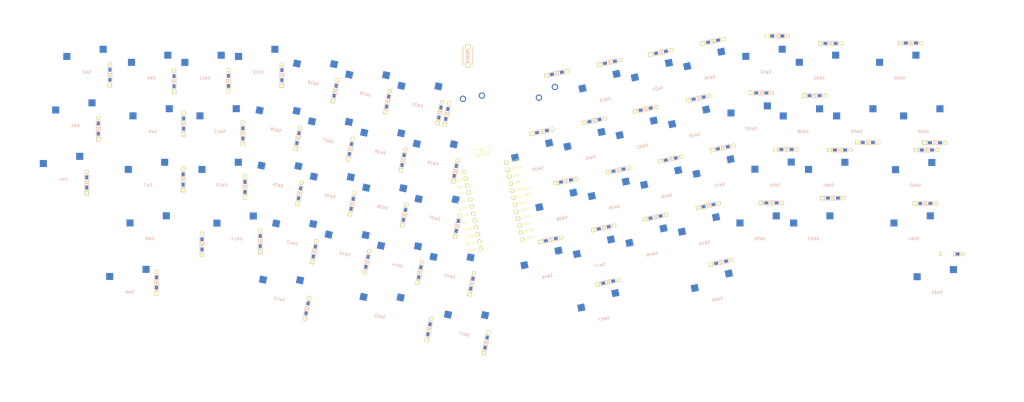
<source format=kicad_pcb>
(kicad_pcb (version 20171130) (host pcbnew "(5.1.4-0-10_14)")
  (layers (0 F.Cu signal) (31 B.Cu signal) (34 B.Paste user) (35 F.Paste user) (36 B.SilkS user) (37 F.SilkS user) (38 B.Mask user) (39 F.Mask user) (44 Edge.Cuts user))
  (net 0 "")
  (net 1 row0)
  (net 2 "Net-(D1-Pad2)")
  (net 3 "Net-(D2-Pad2)")
  (net 4 "Net-(D3-Pad2)")
  (net 5 "Net-(D4-Pad2)")
  (net 6 "Net-(D5-Pad2)")
  (net 7 "Net-(D6-Pad2)")
  (net 8 "Net-(D7-Pad2)")
  (net 9 "Net-(D8-Pad2)")
  (net 10 "Net-(D9-Pad2)")
  (net 11 row1)
  (net 12 "Net-(D10-Pad2)")
  (net 13 "Net-(D11-Pad2)")
  (net 14 "Net-(D12-Pad2)")
  (net 15 "Net-(D13-Pad2)")
  (net 16 "Net-(D14-Pad2)")
  (net 17 "Net-(D15-Pad2)")
  (net 18 "Net-(D16-Pad2)")
  (net 19 row2)
  (net 20 "Net-(D17-Pad2)")
  (net 21 "Net-(D18-Pad2)")
  (net 22 "Net-(D19-Pad2)")
  (net 23 "Net-(D20-Pad2)")
  (net 24 "Net-(D21-Pad2)")
  (net 25 "Net-(D22-Pad2)")
  (net 26 "Net-(D23-Pad2)")
  (net 27 "Net-(D24-Pad2)")
  (net 28 row3)
  (net 29 "Net-(D25-Pad2)")
  (net 30 "Net-(D26-Pad2)")
  (net 31 "Net-(D27-Pad2)")
  (net 32 "Net-(D28-Pad2)")
  (net 33 "Net-(D29-Pad2)")
  (net 34 "Net-(D30-Pad2)")
  (net 35 "Net-(D31-Pad2)")
  (net 36 "Net-(D32-Pad2)")
  (net 37 row4)
  (net 38 "Net-(D33-Pad2)")
  (net 39 "Net-(D34-Pad2)")
  (net 40 "Net-(D35-Pad2)")
  (net 41 "Net-(D36-Pad2)")
  (net 42 "Net-(D37-Pad2)")
  (net 43 "Net-(D38-Pad2)")
  (net 44 "Net-(D39-Pad2)")
  (net 45 "Net-(D40-Pad2)")
  (net 46 row5)
  (net 47 "Net-(D41-Pad2)")
  (net 48 "Net-(D42-Pad2)")
  (net 49 "Net-(D43-Pad2)")
  (net 50 "Net-(D44-Pad2)")
  (net 51 "Net-(D45-Pad2)")
  (net 52 "Net-(D46-Pad2)")
  (net 53 "Net-(D47-Pad2)")
  (net 54 "Net-(D48-Pad2)")
  (net 55 "Net-(D49-Pad2)")
  (net 56 row6)
  (net 57 "Net-(D50-Pad2)")
  (net 58 "Net-(D51-Pad2)")
  (net 59 "Net-(D52-Pad2)")
  (net 60 "Net-(D53-Pad2)")
  (net 61 "Net-(D54-Pad2)")
  (net 62 "Net-(D55-Pad2)")
  (net 63 "Net-(D56-Pad2)")
  (net 64 "Net-(D57-Pad2)")
  (net 65 row7)
  (net 66 "Net-(D58-Pad2)")
  (net 67 "Net-(D59-Pad2)")
  (net 68 "Net-(D60-Pad2)")
  (net 69 "Net-(D61-Pad2)")
  (net 70 "Net-(D62-Pad2)")
  (net 71 "Net-(D63-Pad2)")
  (net 72 "Net-(D64-Pad2)")
  (net 73 RST)
  (net 74 GND)
  (net 75 "Net-(SW10-Pad1)")
  (net 76 col1)
  (net 77 "Net-(SW12-Pad1)")
  (net 78 "Net-(SW13-Pad1)")
  (net 79 col4)
  (net 80 col5)
  (net 81 col6)
  (net 82 col7)
  (net 83 "Net-(U1-Pad1)")
  (net 84 "Net-(U1-Pad2)")
  (net 85 col3)
  (net 86 col2)
  (net 87 col0)
  (net 88 VCC)
  (net 89 "Net-(U1-Pad24)")
  (module kbd:ProMicro_v3.5 (layer F.Cu) (at 208.915 118.115 12)
    (fp_text reference U1 hide)
    (fp_text value ProMicro hide)
    (fp_text user MicroUSB (at -0.05 -18.95 12) (layer F.SilkS) (effects (font (size 0.75 0.75) (thickness 0.12))))
    (fp_text user B4/8 (at 10.605 10.9 12 unlocked) (layer F.SilkS) (effects (font (size 0.75 0.67) (thickness 0.125))))
    (fp_text user D2/RX1 (at 11.055 -11.9 12 unlocked) (layer F.SilkS) (effects (font (size 0.75 0.67) (thickness 0.125))))
    (fp_text user B5/9 (at 10.605 13.4 12 unlocked) (layer F.SilkS) (effects (font (size 0.75 0.67) (thickness 0.125))))
    (fp_text user C6/5 (at 10.605 3.25 12 unlocked) (layer F.SilkS) (effects (font (size 0.75 0.67) (thickness 0.125))))
    (fp_text user SCL/D0/3 (at 11.755 -1.7 12 unlocked) (layer F.SilkS) (effects (font (size 0.75 0.67) (thickness 0.125))))
    (fp_text user SDA/D1/2 (at 11.755 -4.2 12 unlocked) (layer F.SilkS) (effects (font (size 0.75 0.67) (thickness 0.125))))
    (fp_text user D4/4 (at 10.605 0.7 12 unlocked) (layer F.SilkS) (effects (font (size 0.75 0.67) (thickness 0.125))))
    (fp_text user D3/TX0 (at 11.055 -14.45 12 unlocked) (layer F.SilkS) (effects (font (size 0.75 0.67) (thickness 0.125))))
    (fp_text user GND (at 10.105 -6.85 12 unlocked) (layer F.SilkS) (effects (font (size 0.75 0.67) (thickness 0.125))))
    (fp_text user GND (at 10.105 -9.3 12 unlocked) (layer F.SilkS) (effects (font (size 0.75 0.67) (thickness 0.125))))
    (fp_text user D7/6 (at 10.605 5.8 12 unlocked) (layer F.SilkS) (effects (font (size 0.75 0.67) (thickness 0.125))))
    (fp_text user E6/7 (at 10.605 8.35 12 unlocked) (layer F.SilkS) (effects (font (size 0.75 0.67) (thickness 0.125))))
    (fp_text user 16/B2 (at -10.845 10.95 12 unlocked) (layer F.SilkS) (effects (font (size 0.75 0.67) (thickness 0.125))))
    (fp_text user 10/B6 (at -10.845 13.45 12 unlocked) (layer F.SilkS) (effects (font (size 0.75 0.67) (thickness 0.125))))
    (fp_text user 14/B3 (at -10.845 8.4 12 unlocked) (layer F.SilkS) (effects (font (size 0.75 0.67) (thickness 0.125))))
    (fp_text user 15/B1 (at -10.845 5.85 12 unlocked) (layer F.SilkS) (effects (font (size 0.75 0.67) (thickness 0.125))))
    (fp_text user A0/F7 (at -10.845 3.3 12 unlocked) (layer F.SilkS) (effects (font (size 0.75 0.67) (thickness 0.125))))
    (fp_text user A1/F6 (at -10.845 0.75 12 unlocked) (layer F.SilkS) (effects (font (size 0.75 0.67) (thickness 0.125))))
    (fp_text user A2/F5 (at -10.845 -1.75 12 unlocked) (layer F.SilkS) (effects (font (size 0.75 0.67) (thickness 0.125))))
    (fp_text user A3/F4 (at -10.845 -4.25 12 unlocked) (layer F.SilkS) (effects (font (size 0.75 0.67) (thickness 0.125))))
    (fp_text user VCC (at -10.195 -6.95 12 unlocked) (layer F.SilkS) (effects (font (size 0.75 0.67) (thickness 0.125))))
    (fp_text user RST (at -10.195 -9.4 12 unlocked) (layer F.SilkS) (effects (font (size 0.75 0.67) (thickness 0.125))))
    (fp_text user GND (at -10.195 -11.95 12 unlocked) (layer F.SilkS) (effects (font (size 0.75 0.67) (thickness 0.125))))
    (fp_text user RAW (at -10.195 -14.5 12 unlocked) (layer F.SilkS) (effects (font (size 0.75 0.67) (thickness 0.125))))
    (pad 1 thru_hole circle (at 7.6114 -14.478 12) (size 1.524 1.524) (drill 0.8128) (layers *.Cu F.SilkS B.Mask) (net 83 "Net-(U1-Pad1)"))
    (pad 2 thru_hole circle (at 7.6114 -11.938 12) (size 1.524 1.524) (drill 0.8128) (layers *.Cu F.SilkS B.Mask) (net 84 "Net-(U1-Pad2)"))
    (pad 3 thru_hole circle (at 7.6114 -9.398 12) (size 1.524 1.524) (drill 0.8128) (layers *.Cu F.SilkS B.Mask) (net 74 GND))
    (pad 4 thru_hole circle (at 7.6114 -6.858 12) (size 1.524 1.524) (drill 0.8128) (layers *.Cu F.SilkS B.Mask) (net 74 GND))
    (pad 5 thru_hole circle (at 7.6114 -4.318 12) (size 1.524 1.524) (drill 0.8128) (layers *.Cu F.SilkS B.Mask) (net 1 row0))
    (pad 6 thru_hole circle (at 7.6114 -1.778 12) (size 1.524 1.524) (drill 0.8128) (layers *.Cu F.SilkS B.Mask) (net 11 row1))
    (pad 7 thru_hole circle (at 7.6114 0.762 12) (size 1.524 1.524) (drill 0.8128) (layers *.Cu F.SilkS B.Mask) (net 19 row2))
    (pad 8 thru_hole circle (at 7.6114 3.302 12) (size 1.524 1.524) (drill 0.8128) (layers *.Cu F.SilkS B.Mask) (net 28 row3))
    (pad 9 thru_hole circle (at 7.6114 5.842 12) (size 1.524 1.524) (drill 0.8128) (layers *.Cu F.SilkS B.Mask) (net 37 row4))
    (pad 10 thru_hole circle (at 7.6114 8.382 12) (size 1.524 1.524) (drill 0.8128) (layers *.Cu F.SilkS B.Mask) (net 46 row5))
    (pad 11 thru_hole circle (at 7.6114 10.922 12) (size 1.524 1.524) (drill 0.8128) (layers *.Cu F.SilkS B.Mask) (net 56 row6))
    (pad 12 thru_hole circle (at 7.6114 13.462 12) (size 1.524 1.524) (drill 0.8128) (layers *.Cu F.SilkS B.Mask) (net 65 row7))
    (pad 13 thru_hole circle (at -7.6086 13.462 12) (size 1.524 1.524) (drill 0.8128) (layers *.Cu F.SilkS B.Mask) (net 82 col7))
    (pad 14 thru_hole circle (at -7.6086 10.922 12) (size 1.524 1.524) (drill 0.8128) (layers *.Cu F.SilkS B.Mask) (net 81 col6))
    (pad 15 thru_hole circle (at -7.6086 8.382 12) (size 1.524 1.524) (drill 0.8128) (layers *.Cu F.SilkS B.Mask) (net 80 col5))
    (pad 16 thru_hole circle (at -7.6086 5.842 12) (size 1.524 1.524) (drill 0.8128) (layers *.Cu F.SilkS B.Mask) (net 79 col4))
    (pad 17 thru_hole circle (at -7.6086 3.302 12) (size 1.524 1.524) (drill 0.8128) (layers *.Cu F.SilkS B.Mask) (net 85 col3))
    (pad 18 thru_hole circle (at -7.6086 0.762 12) (size 1.524 1.524) (drill 0.8128) (layers *.Cu F.SilkS B.Mask) (net 86 col2))
    (pad 19 thru_hole circle (at -7.6086 -1.778 12) (size 1.524 1.524) (drill 0.8128) (layers *.Cu F.SilkS B.Mask) (net 76 col1))
    (pad 20 thru_hole circle (at -7.6086 -4.318 12) (size 1.524 1.524) (drill 0.8128) (layers *.Cu F.SilkS B.Mask) (net 87 col0))
    (pad 21 thru_hole circle (at -7.6086 -6.858 12) (size 1.524 1.524) (drill 0.8128) (layers *.Cu F.SilkS B.Mask) (net 88 VCC))
    (pad 22 thru_hole circle (at -7.6086 -9.398 12) (size 1.524 1.524) (drill 0.8128) (layers *.Cu F.SilkS B.Mask) (net 73 RST))
    (pad 23 thru_hole circle (at -7.6086 -11.938 12) (size 1.524 1.524) (drill 0.8128) (layers *.Cu F.SilkS B.Mask) (net 74 GND))
    (pad 24 thru_hole circle (at -7.6086 -14.478 12) (size 1.524 1.524) (drill 0.8128) (layers *.Cu F.SilkS B.Mask) (net 89 "Net-(U1-Pad24)"))
  )
  (module MXOnly:MXOnly-1.75U-Hotswap (layer F.Cu) (at 85.96 107.31)
    (fp_text reference SW7)
    (fp_text value SW_PUSH)
    (fp_text user %R (at 0 3.048) (layer B.SilkS) (effects (justify mirror)))
    (pad "" np_thru_hole circle (at 2.54 -5.08) (size 3 3) (drill 3) (layers *.Cu *.Mask))
    (pad "" np_thru_hole circle (at 0 0) (size 3.9878 3.9878) (drill 3.9878) (layers *.Cu *.Mask))
    (pad "" np_thru_hole circle (at -3.81 -2.54) (size 3 3) (drill 3) (layers *.Cu *.Mask))
    (pad "" np_thru_hole circle (at -5.08 0 48.0996) (size 1.75 1.75) (drill 1.75) (layers *.Cu *.Mask))
    (pad "" np_thru_hole circle (at 5.08 0 48.0996) (size 1.75 1.75) (drill 1.75) (layers *.Cu *.Mask))
    (pad 1 smd rect (at -7.085 -2.54) (size 2.55 2.5) (layers B.Cu B.Paste B.Mask) (net 80 col5))
    (pad 2 smd rect (at 5.842 -5.08) (size 2.55 2.5) (layers B.Cu B.Paste B.Mask) (net 7 "Net-(D6-Pad2)"))
  )
  (module kbd:D3_TH_SMD (layer F.Cu) (at 72.305 71.075 90)
    (fp_text reference D1 hide)
    (fp_text value D hide)
    (pad 1 smd rect (at -1.775 0 90) (size 1.3 0.95) (layers F.Cu F.Paste F.Mask) (net 1 row0))
    (pad 2 smd rect (at 1.775 0 90) (size 1.3 0.95) (layers B.Cu B.Paste B.Mask) (net 2 "Net-(D1-Pad2)"))
    (pad 1 smd rect (at -1.775 0 90) (size 1.3 0.95) (layers B.Cu B.Paste B.Mask) (net 1 row0))
    (pad 1 thru_hole rect (at -3.81 0 90) (size 1.397 1.397) (drill 0.8128) (layers *.Cu *.Mask F.SilkS) (net 1 row0))
    (pad 2 thru_hole circle (at 3.81 0 90) (size 1.397 1.397) (drill 0.8128) (layers *.Cu *.Mask F.SilkS) (net 2 "Net-(D1-Pad2)"))
    (pad 2 smd rect (at 1.775 0 90) (size 1.3 0.95) (layers F.Cu F.Paste F.Mask) (net 2 "Net-(D1-Pad2)"))
  )
  (module kbd:D3_TH_SMD (layer F.Cu) (at 68.185 90.245 90)
    (fp_text reference D2 hide)
    (fp_text value D hide)
    (pad 2 smd rect (at 1.775 0 90) (size 1.3 0.95) (layers F.Cu F.Paste F.Mask) (net 3 "Net-(D2-Pad2)"))
    (pad 2 thru_hole circle (at 3.81 0 90) (size 1.397 1.397) (drill 0.8128) (layers *.Cu *.Mask F.SilkS) (net 3 "Net-(D2-Pad2)"))
    (pad 1 thru_hole rect (at -3.81 0 90) (size 1.397 1.397) (drill 0.8128) (layers *.Cu *.Mask F.SilkS) (net 1 row0))
    (pad 1 smd rect (at -1.775 0 90) (size 1.3 0.95) (layers B.Cu B.Paste B.Mask) (net 1 row0))
    (pad 2 smd rect (at 1.775 0 90) (size 1.3 0.95) (layers B.Cu B.Paste B.Mask) (net 3 "Net-(D2-Pad2)"))
    (pad 1 smd rect (at -1.775 0 90) (size 1.3 0.95) (layers F.Cu F.Paste F.Mask) (net 1 row0))
  )
  (module kbd:D3_TH_SMD (layer F.Cu) (at 64.075 109.425 90)
    (fp_text reference D3 hide)
    (fp_text value D hide)
    (pad 1 smd rect (at -1.775 0 90) (size 1.3 0.95) (layers F.Cu F.Paste F.Mask) (net 1 row0))
    (pad 2 smd rect (at 1.775 0 90) (size 1.3 0.95) (layers B.Cu B.Paste B.Mask) (net 4 "Net-(D3-Pad2)"))
    (pad 1 smd rect (at -1.775 0 90) (size 1.3 0.95) (layers B.Cu B.Paste B.Mask) (net 1 row0))
    (pad 1 thru_hole rect (at -3.81 0 90) (size 1.397 1.397) (drill 0.8128) (layers *.Cu *.Mask F.SilkS) (net 1 row0))
    (pad 2 thru_hole circle (at 3.81 0 90) (size 1.397 1.397) (drill 0.8128) (layers *.Cu *.Mask F.SilkS) (net 4 "Net-(D3-Pad2)"))
    (pad 2 smd rect (at 1.775 0 90) (size 1.3 0.95) (layers F.Cu F.Paste F.Mask) (net 4 "Net-(D3-Pad2)"))
  )
  (module kbd:D3_TH_SMD (layer F.Cu) (at 95.195 73.385 90)
    (fp_text reference D4 hide)
    (fp_text value D hide)
    (pad 2 smd rect (at 1.775 0 90) (size 1.3 0.95) (layers F.Cu F.Paste F.Mask) (net 5 "Net-(D4-Pad2)"))
    (pad 2 thru_hole circle (at 3.81 0 90) (size 1.397 1.397) (drill 0.8128) (layers *.Cu *.Mask F.SilkS) (net 5 "Net-(D4-Pad2)"))
    (pad 1 thru_hole rect (at -3.81 0 90) (size 1.397 1.397) (drill 0.8128) (layers *.Cu *.Mask F.SilkS) (net 1 row0))
    (pad 1 smd rect (at -1.775 0 90) (size 1.3 0.95) (layers B.Cu B.Paste B.Mask) (net 1 row0))
    (pad 2 smd rect (at 1.775 0 90) (size 1.3 0.95) (layers B.Cu B.Paste B.Mask) (net 5 "Net-(D4-Pad2)"))
    (pad 1 smd rect (at -1.775 0 90) (size 1.3 0.95) (layers F.Cu F.Paste F.Mask) (net 1 row0))
  )
  (module kbd:D3_TH_SMD (layer F.Cu) (at 98.555 88.475 90)
    (fp_text reference D5 hide)
    (fp_text value D hide)
    (pad 1 smd rect (at -1.775 0 90) (size 1.3 0.95) (layers F.Cu F.Paste F.Mask) (net 1 row0))
    (pad 2 smd rect (at 1.775 0 90) (size 1.3 0.95) (layers B.Cu B.Paste B.Mask) (net 6 "Net-(D5-Pad2)"))
    (pad 1 smd rect (at -1.775 0 90) (size 1.3 0.95) (layers B.Cu B.Paste B.Mask) (net 1 row0))
    (pad 1 thru_hole rect (at -3.81 0 90) (size 1.397 1.397) (drill 0.8128) (layers *.Cu *.Mask F.SilkS) (net 1 row0))
    (pad 2 thru_hole circle (at 3.81 0 90) (size 1.397 1.397) (drill 0.8128) (layers *.Cu *.Mask F.SilkS) (net 6 "Net-(D5-Pad2)"))
    (pad 2 smd rect (at 1.775 0 90) (size 1.3 0.95) (layers F.Cu F.Paste F.Mask) (net 6 "Net-(D5-Pad2)"))
  )
  (module kbd:D3_TH_SMD (layer F.Cu) (at 98.405 108.345 90)
    (fp_text reference D6 hide)
    (fp_text value D hide)
    (pad 2 smd rect (at 1.775 0 90) (size 1.3 0.95) (layers F.Cu F.Paste F.Mask) (net 7 "Net-(D6-Pad2)"))
    (pad 2 thru_hole circle (at 3.81 0 90) (size 1.397 1.397) (drill 0.8128) (layers *.Cu *.Mask F.SilkS) (net 7 "Net-(D6-Pad2)"))
    (pad 1 thru_hole rect (at -3.81 0 90) (size 1.397 1.397) (drill 0.8128) (layers *.Cu *.Mask F.SilkS) (net 1 row0))
    (pad 1 smd rect (at -1.775 0 90) (size 1.3 0.95) (layers B.Cu B.Paste B.Mask) (net 1 row0))
    (pad 2 smd rect (at 1.775 0 90) (size 1.3 0.95) (layers B.Cu B.Paste B.Mask) (net 7 "Net-(D6-Pad2)"))
    (pad 1 smd rect (at -1.775 0 90) (size 1.3 0.95) (layers F.Cu F.Paste F.Mask) (net 1 row0))
  )
  (module kbd:D3_TH_SMD (layer F.Cu) (at 105.065 131.425 90)
    (fp_text reference D7 hide)
    (fp_text value D hide)
    (pad 1 smd rect (at -1.775 0 90) (size 1.3 0.95) (layers F.Cu F.Paste F.Mask) (net 1 row0))
    (pad 2 smd rect (at 1.775 0 90) (size 1.3 0.95) (layers B.Cu B.Paste B.Mask) (net 8 "Net-(D7-Pad2)"))
    (pad 1 smd rect (at -1.775 0 90) (size 1.3 0.95) (layers B.Cu B.Paste B.Mask) (net 1 row0))
    (pad 1 thru_hole rect (at -3.81 0 90) (size 1.397 1.397) (drill 0.8128) (layers *.Cu *.Mask F.SilkS) (net 1 row0))
    (pad 2 thru_hole circle (at 3.81 0 90) (size 1.397 1.397) (drill 0.8128) (layers *.Cu *.Mask F.SilkS) (net 8 "Net-(D7-Pad2)"))
    (pad 2 smd rect (at 1.775 0 90) (size 1.3 0.95) (layers F.Cu F.Paste F.Mask) (net 8 "Net-(D7-Pad2)"))
  )
  (module kbd:D3_TH_SMD (layer F.Cu) (at 88.925 144.995 90)
    (fp_text reference D8 hide)
    (fp_text value D hide)
    (pad 2 smd rect (at 1.775 0 90) (size 1.3 0.95) (layers F.Cu F.Paste F.Mask) (net 9 "Net-(D8-Pad2)"))
    (pad 2 thru_hole circle (at 3.81 0 90) (size 1.397 1.397) (drill 0.8128) (layers *.Cu *.Mask F.SilkS) (net 9 "Net-(D8-Pad2)"))
    (pad 1 thru_hole rect (at -3.81 0 90) (size 1.397 1.397) (drill 0.8128) (layers *.Cu *.Mask F.SilkS) (net 1 row0))
    (pad 1 smd rect (at -1.775 0 90) (size 1.3 0.95) (layers B.Cu B.Paste B.Mask) (net 1 row0))
    (pad 2 smd rect (at 1.775 0 90) (size 1.3 0.95) (layers B.Cu B.Paste B.Mask) (net 9 "Net-(D8-Pad2)"))
    (pad 1 smd rect (at -1.775 0 90) (size 1.3 0.95) (layers F.Cu F.Paste F.Mask) (net 1 row0))
  )
  (module kbd:D3_TH_SMD (layer F.Cu) (at 133.495 71.235 90)
    (fp_text reference D9 hide)
    (fp_text value D hide)
    (pad 2 smd rect (at 1.775 0 90) (size 1.3 0.95) (layers F.Cu F.Paste F.Mask) (net 10 "Net-(D9-Pad2)"))
    (pad 2 thru_hole circle (at 3.81 0 90) (size 1.397 1.397) (drill 0.8128) (layers *.Cu *.Mask F.SilkS) (net 10 "Net-(D9-Pad2)"))
    (pad 1 thru_hole rect (at -3.81 0 90) (size 1.397 1.397) (drill 0.8128) (layers *.Cu *.Mask F.SilkS) (net 11 row1))
    (pad 1 smd rect (at -1.775 0 90) (size 1.3 0.95) (layers B.Cu B.Paste B.Mask) (net 11 row1))
    (pad 2 smd rect (at 1.775 0 90) (size 1.3 0.95) (layers B.Cu B.Paste B.Mask) (net 10 "Net-(D9-Pad2)"))
    (pad 1 smd rect (at -1.775 0 90) (size 1.3 0.95) (layers F.Cu F.Paste F.Mask) (net 11 row1))
  )
  (module kbd:D3_TH_SMD (layer F.Cu) (at 114.545 73.255 90)
    (fp_text reference D10 hide)
    (fp_text value D hide)
    (pad 1 smd rect (at -1.775 0 90) (size 1.3 0.95) (layers F.Cu F.Paste F.Mask) (net 11 row1))
    (pad 2 smd rect (at 1.775 0 90) (size 1.3 0.95) (layers B.Cu B.Paste B.Mask) (net 12 "Net-(D10-Pad2)"))
    (pad 1 smd rect (at -1.775 0 90) (size 1.3 0.95) (layers B.Cu B.Paste B.Mask) (net 11 row1))
    (pad 1 thru_hole rect (at -3.81 0 90) (size 1.397 1.397) (drill 0.8128) (layers *.Cu *.Mask F.SilkS) (net 11 row1))
    (pad 2 thru_hole circle (at 3.81 0 90) (size 1.397 1.397) (drill 0.8128) (layers *.Cu *.Mask F.SilkS) (net 12 "Net-(D10-Pad2)"))
    (pad 2 smd rect (at 1.775 0 90) (size 1.3 0.95) (layers F.Cu F.Paste F.Mask) (net 12 "Net-(D10-Pad2)"))
  )
  (module kbd:D3_TH_SMD (layer F.Cu) (at 119.615 91.925 90)
    (fp_text reference D11 hide)
    (fp_text value D hide)
    (pad 2 smd rect (at 1.775 0 90) (size 1.3 0.95) (layers F.Cu F.Paste F.Mask) (net 13 "Net-(D11-Pad2)"))
    (pad 2 thru_hole circle (at 3.81 0 90) (size 1.397 1.397) (drill 0.8128) (layers *.Cu *.Mask F.SilkS) (net 13 "Net-(D11-Pad2)"))
    (pad 1 thru_hole rect (at -3.81 0 90) (size 1.397 1.397) (drill 0.8128) (layers *.Cu *.Mask F.SilkS) (net 11 row1))
    (pad 1 smd rect (at -1.775 0 90) (size 1.3 0.95) (layers B.Cu B.Paste B.Mask) (net 11 row1))
    (pad 2 smd rect (at 1.775 0 90) (size 1.3 0.95) (layers B.Cu B.Paste B.Mask) (net 13 "Net-(D11-Pad2)"))
    (pad 1 smd rect (at -1.775 0 90) (size 1.3 0.95) (layers F.Cu F.Paste F.Mask) (net 11 row1))
  )
  (module kbd:D3_TH_SMD (layer F.Cu) (at 120.405 110.995 90)
    (fp_text reference D12 hide)
    (fp_text value D hide)
    (pad 1 smd rect (at -1.775 0 90) (size 1.3 0.95) (layers F.Cu F.Paste F.Mask) (net 11 row1))
    (pad 2 smd rect (at 1.775 0 90) (size 1.3 0.95) (layers B.Cu B.Paste B.Mask) (net 14 "Net-(D12-Pad2)"))
    (pad 1 smd rect (at -1.775 0 90) (size 1.3 0.95) (layers B.Cu B.Paste B.Mask) (net 11 row1))
    (pad 1 thru_hole rect (at -3.81 0 90) (size 1.397 1.397) (drill 0.8128) (layers *.Cu *.Mask F.SilkS) (net 11 row1))
    (pad 2 thru_hole circle (at 3.81 0 90) (size 1.397 1.397) (drill 0.8128) (layers *.Cu *.Mask F.SilkS) (net 14 "Net-(D12-Pad2)"))
    (pad 2 smd rect (at 1.775 0 90) (size 1.3 0.95) (layers F.Cu F.Paste F.Mask) (net 14 "Net-(D12-Pad2)"))
  )
  (module kbd:D3_TH_SMD (layer F.Cu) (at 125.825 130.295 90)
    (fp_text reference D13 hide)
    (fp_text value D hide)
    (pad 2 smd rect (at 1.775 0 90) (size 1.3 0.95) (layers F.Cu F.Paste F.Mask) (net 15 "Net-(D13-Pad2)"))
    (pad 2 thru_hole circle (at 3.81 0 90) (size 1.397 1.397) (drill 0.8128) (layers *.Cu *.Mask F.SilkS) (net 15 "Net-(D13-Pad2)"))
    (pad 1 thru_hole rect (at -3.81 0 90) (size 1.397 1.397) (drill 0.8128) (layers *.Cu *.Mask F.SilkS) (net 11 row1))
    (pad 1 smd rect (at -1.775 0 90) (size 1.3 0.95) (layers B.Cu B.Paste B.Mask) (net 11 row1))
    (pad 2 smd rect (at 1.775 0 90) (size 1.3 0.95) (layers B.Cu B.Paste B.Mask) (net 15 "Net-(D13-Pad2)"))
    (pad 1 smd rect (at -1.775 0 90) (size 1.3 0.95) (layers F.Cu F.Paste F.Mask) (net 11 row1))
  )
  (module kbd:D3_TH_SMD (layer F.Cu) (at 142.495 154.195 78)
    (fp_text reference D14 hide)
    (fp_text value D hide)
    (pad 1 smd rect (at -1.775 0 78) (size 1.3 0.95) (layers F.Cu F.Paste F.Mask) (net 11 row1))
    (pad 2 smd rect (at 1.775 0 78) (size 1.3 0.95) (layers B.Cu B.Paste B.Mask) (net 16 "Net-(D14-Pad2)"))
    (pad 1 smd rect (at -1.775 0 78) (size 1.3 0.95) (layers B.Cu B.Paste B.Mask) (net 11 row1))
    (pad 1 thru_hole rect (at -3.81 0 78) (size 1.397 1.397) (drill 0.8128) (layers *.Cu *.Mask F.SilkS) (net 11 row1))
    (pad 2 thru_hole circle (at 3.81 0 78) (size 1.397 1.397) (drill 0.8128) (layers *.Cu *.Mask F.SilkS) (net 16 "Net-(D14-Pad2)"))
    (pad 2 smd rect (at 1.775 0 78) (size 1.3 0.95) (layers F.Cu F.Paste F.Mask) (net 16 "Net-(D14-Pad2)"))
  )
  (module kbd:D3_TH_SMD (layer F.Cu) (at 185.875 161.635 78)
    (fp_text reference D15 hide)
    (fp_text value D hide)
    (pad 2 smd rect (at 1.775 0 78) (size 1.3 0.95) (layers F.Cu F.Paste F.Mask) (net 17 "Net-(D15-Pad2)"))
    (pad 2 thru_hole circle (at 3.81 0 78) (size 1.397 1.397) (drill 0.8128) (layers *.Cu *.Mask F.SilkS) (net 17 "Net-(D15-Pad2)"))
    (pad 1 thru_hole rect (at -3.81 0 78) (size 1.397 1.397) (drill 0.8128) (layers *.Cu *.Mask F.SilkS) (net 11 row1))
    (pad 1 smd rect (at -1.775 0 78) (size 1.3 0.95) (layers B.Cu B.Paste B.Mask) (net 11 row1))
    (pad 2 smd rect (at 1.775 0 78) (size 1.3 0.95) (layers B.Cu B.Paste B.Mask) (net 17 "Net-(D15-Pad2)"))
    (pad 1 smd rect (at -1.775 0 78) (size 1.3 0.95) (layers F.Cu F.Paste F.Mask) (net 11 row1))
  )
  (module kbd:D3_TH_SMD (layer F.Cu) (at 206.225 166.385 78)
    (fp_text reference D16 hide)
    (fp_text value D hide)
    (pad 1 smd rect (at -1.775 0 78) (size 1.3 0.95) (layers F.Cu F.Paste F.Mask) (net 11 row1))
    (pad 2 smd rect (at 1.775 0 78) (size 1.3 0.95) (layers B.Cu B.Paste B.Mask) (net 18 "Net-(D16-Pad2)"))
    (pad 1 smd rect (at -1.775 0 78) (size 1.3 0.95) (layers B.Cu B.Paste B.Mask) (net 11 row1))
    (pad 1 thru_hole rect (at -3.81 0 78) (size 1.397 1.397) (drill 0.8128) (layers *.Cu *.Mask F.SilkS) (net 11 row1))
    (pad 2 thru_hole circle (at 3.81 0 78) (size 1.397 1.397) (drill 0.8128) (layers *.Cu *.Mask F.SilkS) (net 18 "Net-(D16-Pad2)"))
    (pad 2 smd rect (at 1.775 0 78) (size 1.3 0.95) (layers F.Cu F.Paste F.Mask) (net 18 "Net-(D16-Pad2)"))
  )
  (module kbd:D3_TH_SMD (layer F.Cu) (at 152.495 76.755 78)
    (fp_text reference D17 hide)
    (fp_text value D hide)
    (pad 1 smd rect (at -1.775 0 78) (size 1.3 0.95) (layers F.Cu F.Paste F.Mask) (net 19 row2))
    (pad 2 smd rect (at 1.775 0 78) (size 1.3 0.95) (layers B.Cu B.Paste B.Mask) (net 20 "Net-(D17-Pad2)"))
    (pad 1 smd rect (at -1.775 0 78) (size 1.3 0.95) (layers B.Cu B.Paste B.Mask) (net 19 row2))
    (pad 1 thru_hole rect (at -3.81 0 78) (size 1.397 1.397) (drill 0.8128) (layers *.Cu *.Mask F.SilkS) (net 19 row2))
    (pad 2 thru_hole circle (at 3.81 0 78) (size 1.397 1.397) (drill 0.8128) (layers *.Cu *.Mask F.SilkS) (net 20 "Net-(D17-Pad2)"))
    (pad 2 smd rect (at 1.775 0 78) (size 1.3 0.95) (layers F.Cu F.Paste F.Mask) (net 20 "Net-(D17-Pad2)"))
  )
  (module kbd:D3_TH_SMD (layer F.Cu) (at 171.155 80.635 78)
    (fp_text reference D18 hide)
    (fp_text value D hide)
    (pad 2 smd rect (at 1.775 0 78) (size 1.3 0.95) (layers F.Cu F.Paste F.Mask) (net 21 "Net-(D18-Pad2)"))
    (pad 2 thru_hole circle (at 3.81 0 78) (size 1.397 1.397) (drill 0.8128) (layers *.Cu *.Mask F.SilkS) (net 21 "Net-(D18-Pad2)"))
    (pad 1 thru_hole rect (at -3.81 0 78) (size 1.397 1.397) (drill 0.8128) (layers *.Cu *.Mask F.SilkS) (net 19 row2))
    (pad 1 smd rect (at -1.775 0 78) (size 1.3 0.95) (layers B.Cu B.Paste B.Mask) (net 19 row2))
    (pad 2 smd rect (at 1.775 0 78) (size 1.3 0.95) (layers B.Cu B.Paste B.Mask) (net 21 "Net-(D18-Pad2)"))
    (pad 1 smd rect (at -1.775 0 78) (size 1.3 0.95) (layers F.Cu F.Paste F.Mask) (net 19 row2))
  )
  (module kbd:D3_TH_SMD (layer F.Cu) (at 189.755 84.515 78)
    (fp_text reference D19 hide)
    (fp_text value D hide)
    (pad 1 smd rect (at -1.775 0 78) (size 1.3 0.95) (layers F.Cu F.Paste F.Mask) (net 19 row2))
    (pad 2 smd rect (at 1.775 0 78) (size 1.3 0.95) (layers B.Cu B.Paste B.Mask) (net 22 "Net-(D19-Pad2)"))
    (pad 1 smd rect (at -1.775 0 78) (size 1.3 0.95) (layers B.Cu B.Paste B.Mask) (net 19 row2))
    (pad 1 thru_hole rect (at -3.81 0 78) (size 1.397 1.397) (drill 0.8128) (layers *.Cu *.Mask F.SilkS) (net 19 row2))
    (pad 2 thru_hole circle (at 3.81 0 78) (size 1.397 1.397) (drill 0.8128) (layers *.Cu *.Mask F.SilkS) (net 22 "Net-(D19-Pad2)"))
    (pad 2 smd rect (at 1.775 0 78) (size 1.3 0.95) (layers F.Cu F.Paste F.Mask) (net 22 "Net-(D19-Pad2)"))
  )
  (module kbd:D3_TH_SMD (layer F.Cu) (at 192.231212 85.034043 78)
    (fp_text reference D20 hide)
    (fp_text value D hide)
    (pad 2 smd rect (at 1.775 0 78) (size 1.3 0.95) (layers F.Cu F.Paste F.Mask) (net 23 "Net-(D20-Pad2)"))
    (pad 2 thru_hole circle (at 3.81 0 78) (size 1.397 1.397) (drill 0.8128) (layers *.Cu *.Mask F.SilkS) (net 23 "Net-(D20-Pad2)"))
    (pad 1 thru_hole rect (at -3.81 0 78) (size 1.397 1.397) (drill 0.8128) (layers *.Cu *.Mask F.SilkS) (net 19 row2))
    (pad 1 smd rect (at -1.775 0 78) (size 1.3 0.95) (layers B.Cu B.Paste B.Mask) (net 19 row2))
    (pad 2 smd rect (at 1.775 0 78) (size 1.3 0.95) (layers B.Cu B.Paste B.Mask) (net 23 "Net-(D20-Pad2)"))
    (pad 1 smd rect (at -1.775 0 78) (size 1.3 0.95) (layers F.Cu F.Paste F.Mask) (net 19 row2))
  )
  (module kbd:D3_TH_SMD (layer F.Cu) (at 231.386212 70.570957 12)
    (fp_text reference D21 hide)
    (fp_text value D hide)
    (pad 1 smd rect (at -1.775 0 12) (size 1.3 0.95) (layers F.Cu F.Paste F.Mask) (net 19 row2))
    (pad 2 smd rect (at 1.775 0 12) (size 1.3 0.95) (layers B.Cu B.Paste B.Mask) (net 24 "Net-(D21-Pad2)"))
    (pad 1 smd rect (at -1.775 0 12) (size 1.3 0.95) (layers B.Cu B.Paste B.Mask) (net 19 row2))
    (pad 1 thru_hole rect (at -3.81 0 12) (size 1.397 1.397) (drill 0.8128) (layers *.Cu *.Mask F.SilkS) (net 19 row2))
    (pad 2 thru_hole circle (at 3.81 0 12) (size 1.397 1.397) (drill 0.8128) (layers *.Cu *.Mask F.SilkS) (net 24 "Net-(D21-Pad2)"))
    (pad 2 smd rect (at 1.775 0 12) (size 1.3 0.95) (layers F.Cu F.Paste F.Mask) (net 24 "Net-(D21-Pad2)"))
  )
  (module kbd:D3_TH_SMD (layer F.Cu) (at 250.27 66.65 12)
    (fp_text reference D22 hide)
    (fp_text value D hide)
    (pad 2 smd rect (at 1.775 0 12) (size 1.3 0.95) (layers F.Cu F.Paste F.Mask) (net 25 "Net-(D22-Pad2)"))
    (pad 2 thru_hole circle (at 3.81 0 12) (size 1.397 1.397) (drill 0.8128) (layers *.Cu *.Mask F.SilkS) (net 25 "Net-(D22-Pad2)"))
    (pad 1 thru_hole rect (at -3.81 0 12) (size 1.397 1.397) (drill 0.8128) (layers *.Cu *.Mask F.SilkS) (net 19 row2))
    (pad 1 smd rect (at -1.775 0 12) (size 1.3 0.95) (layers B.Cu B.Paste B.Mask) (net 19 row2))
    (pad 2 smd rect (at 1.775 0 12) (size 1.3 0.95) (layers B.Cu B.Paste B.Mask) (net 25 "Net-(D22-Pad2)"))
    (pad 1 smd rect (at -1.775 0 12) (size 1.3 0.95) (layers F.Cu F.Paste F.Mask) (net 19 row2))
  )
  (module kbd:D3_TH_SMD (layer F.Cu) (at 268.44 63.09 12)
    (fp_text reference D23 hide)
    (fp_text value D hide)
    (pad 1 smd rect (at -1.775 0 12) (size 1.3 0.95) (layers F.Cu F.Paste F.Mask) (net 19 row2))
    (pad 2 smd rect (at 1.775 0 12) (size 1.3 0.95) (layers B.Cu B.Paste B.Mask) (net 26 "Net-(D23-Pad2)"))
    (pad 1 smd rect (at -1.775 0 12) (size 1.3 0.95) (layers B.Cu B.Paste B.Mask) (net 19 row2))
    (pad 1 thru_hole rect (at -3.81 0 12) (size 1.397 1.397) (drill 0.8128) (layers *.Cu *.Mask F.SilkS) (net 19 row2))
    (pad 2 thru_hole circle (at 3.81 0 12) (size 1.397 1.397) (drill 0.8128) (layers *.Cu *.Mask F.SilkS) (net 26 "Net-(D23-Pad2)"))
    (pad 2 smd rect (at 1.775 0 12) (size 1.3 0.95) (layers F.Cu F.Paste F.Mask) (net 26 "Net-(D23-Pad2)"))
  )
  (module kbd:D3_TH_SMD (layer F.Cu) (at 286.98 59.16 12)
    (fp_text reference D24 hide)
    (fp_text value D hide)
    (pad 2 smd rect (at 1.775 0 12) (size 1.3 0.95) (layers F.Cu F.Paste F.Mask) (net 27 "Net-(D24-Pad2)"))
    (pad 2 thru_hole circle (at 3.81 0 12) (size 1.397 1.397) (drill 0.8128) (layers *.Cu *.Mask F.SilkS) (net 27 "Net-(D24-Pad2)"))
    (pad 1 thru_hole rect (at -3.81 0 12) (size 1.397 1.397) (drill 0.8128) (layers *.Cu *.Mask F.SilkS) (net 19 row2))
    (pad 1 smd rect (at -1.775 0 12) (size 1.3 0.95) (layers B.Cu B.Paste B.Mask) (net 19 row2))
    (pad 2 smd rect (at 1.775 0 12) (size 1.3 0.95) (layers B.Cu B.Paste B.Mask) (net 27 "Net-(D24-Pad2)"))
    (pad 1 smd rect (at -1.775 0 12) (size 1.3 0.95) (layers F.Cu F.Paste F.Mask) (net 19 row2))
  )
  (module kbd:D3_TH_SMD (layer F.Cu) (at 139.235 93.655 78)
    (fp_text reference D25 hide)
    (fp_text value D hide)
    (pad 1 smd rect (at -1.775 0 78) (size 1.3 0.95) (layers F.Cu F.Paste F.Mask) (net 28 row3))
    (pad 2 smd rect (at 1.775 0 78) (size 1.3 0.95) (layers B.Cu B.Paste B.Mask) (net 29 "Net-(D25-Pad2)"))
    (pad 1 smd rect (at -1.775 0 78) (size 1.3 0.95) (layers B.Cu B.Paste B.Mask) (net 28 row3))
    (pad 1 thru_hole rect (at -3.81 0 78) (size 1.397 1.397) (drill 0.8128) (layers *.Cu *.Mask F.SilkS) (net 28 row3))
    (pad 2 thru_hole circle (at 3.81 0 78) (size 1.397 1.397) (drill 0.8128) (layers *.Cu *.Mask F.SilkS) (net 29 "Net-(D25-Pad2)"))
    (pad 2 smd rect (at 1.775 0 78) (size 1.3 0.95) (layers F.Cu F.Paste F.Mask) (net 29 "Net-(D25-Pad2)"))
  )
  (module kbd:D3_TH_SMD (layer F.Cu) (at 157.935 97.505 78)
    (fp_text reference D26 hide)
    (fp_text value D hide)
    (pad 2 smd rect (at 1.775 0 78) (size 1.3 0.95) (layers F.Cu F.Paste F.Mask) (net 30 "Net-(D26-Pad2)"))
    (pad 2 thru_hole circle (at 3.81 0 78) (size 1.397 1.397) (drill 0.8128) (layers *.Cu *.Mask F.SilkS) (net 30 "Net-(D26-Pad2)"))
    (pad 1 thru_hole rect (at -3.81 0 78) (size 1.397 1.397) (drill 0.8128) (layers *.Cu *.Mask F.SilkS) (net 28 row3))
    (pad 1 smd rect (at -1.775 0 78) (size 1.3 0.95) (layers B.Cu B.Paste B.Mask) (net 28 row3))
    (pad 2 smd rect (at 1.775 0 78) (size 1.3 0.95) (layers B.Cu B.Paste B.Mask) (net 30 "Net-(D26-Pad2)"))
    (pad 1 smd rect (at -1.775 0 78) (size 1.3 0.95) (layers F.Cu F.Paste F.Mask) (net 28 row3))
  )
  (module kbd:D3_TH_SMD (layer F.Cu) (at 176.645 101.445 78)
    (fp_text reference D27 hide)
    (fp_text value D hide)
    (pad 1 smd rect (at -1.775 0 78) (size 1.3 0.95) (layers F.Cu F.Paste F.Mask) (net 28 row3))
    (pad 2 smd rect (at 1.775 0 78) (size 1.3 0.95) (layers B.Cu B.Paste B.Mask) (net 31 "Net-(D27-Pad2)"))
    (pad 1 smd rect (at -1.775 0 78) (size 1.3 0.95) (layers B.Cu B.Paste B.Mask) (net 28 row3))
    (pad 1 thru_hole rect (at -3.81 0 78) (size 1.397 1.397) (drill 0.8128) (layers *.Cu *.Mask F.SilkS) (net 28 row3))
    (pad 2 thru_hole circle (at 3.81 0 78) (size 1.397 1.397) (drill 0.8128) (layers *.Cu *.Mask F.SilkS) (net 31 "Net-(D27-Pad2)"))
    (pad 2 smd rect (at 1.775 0 78) (size 1.3 0.95) (layers F.Cu F.Paste F.Mask) (net 31 "Net-(D27-Pad2)"))
  )
  (module kbd:D3_TH_SMD (layer F.Cu) (at 195.245 105.285 78)
    (fp_text reference D28 hide)
    (fp_text value D hide)
    (pad 2 smd rect (at 1.775 0 78) (size 1.3 0.95) (layers F.Cu F.Paste F.Mask) (net 32 "Net-(D28-Pad2)"))
    (pad 2 thru_hole circle (at 3.81 0 78) (size 1.397 1.397) (drill 0.8128) (layers *.Cu *.Mask F.SilkS) (net 32 "Net-(D28-Pad2)"))
    (pad 1 thru_hole rect (at -3.81 0 78) (size 1.397 1.397) (drill 0.8128) (layers *.Cu *.Mask F.SilkS) (net 28 row3))
    (pad 1 smd rect (at -1.775 0 78) (size 1.3 0.95) (layers B.Cu B.Paste B.Mask) (net 28 row3))
    (pad 2 smd rect (at 1.775 0 78) (size 1.3 0.95) (layers B.Cu B.Paste B.Mask) (net 32 "Net-(D28-Pad2)"))
    (pad 1 smd rect (at -1.775 0 78) (size 1.3 0.95) (layers F.Cu F.Paste F.Mask) (net 28 row3))
  )
  (module kbd:D3_TH_SMD (layer F.Cu) (at 226.07 91.3 12)
    (fp_text reference D29 hide)
    (fp_text value D hide)
    (pad 1 smd rect (at -1.775 0 12) (size 1.3 0.95) (layers F.Cu F.Paste F.Mask) (net 28 row3))
    (pad 2 smd rect (at 1.775 0 12) (size 1.3 0.95) (layers B.Cu B.Paste B.Mask) (net 33 "Net-(D29-Pad2)"))
    (pad 1 smd rect (at -1.775 0 12) (size 1.3 0.95) (layers B.Cu B.Paste B.Mask) (net 28 row3))
    (pad 1 thru_hole rect (at -3.81 0 12) (size 1.397 1.397) (drill 0.8128) (layers *.Cu *.Mask F.SilkS) (net 28 row3))
    (pad 2 thru_hole circle (at 3.81 0 12) (size 1.397 1.397) (drill 0.8128) (layers *.Cu *.Mask F.SilkS) (net 33 "Net-(D29-Pad2)"))
    (pad 2 smd rect (at 1.775 0 12) (size 1.3 0.95) (layers F.Cu F.Paste F.Mask) (net 33 "Net-(D29-Pad2)"))
  )
  (module kbd:D3_TH_SMD (layer F.Cu) (at 244.74 87.38 12)
    (fp_text reference D30 hide)
    (fp_text value D hide)
    (pad 2 smd rect (at 1.775 0 12) (size 1.3 0.95) (layers F.Cu F.Paste F.Mask) (net 34 "Net-(D30-Pad2)"))
    (pad 2 thru_hole circle (at 3.81 0 12) (size 1.397 1.397) (drill 0.8128) (layers *.Cu *.Mask F.SilkS) (net 34 "Net-(D30-Pad2)"))
    (pad 1 thru_hole rect (at -3.81 0 12) (size 1.397 1.397) (drill 0.8128) (layers *.Cu *.Mask F.SilkS) (net 28 row3))
    (pad 1 smd rect (at -1.775 0 12) (size 1.3 0.95) (layers B.Cu B.Paste B.Mask) (net 28 row3))
    (pad 2 smd rect (at 1.775 0 12) (size 1.3 0.95) (layers B.Cu B.Paste B.Mask) (net 34 "Net-(D30-Pad2)"))
    (pad 1 smd rect (at -1.775 0 12) (size 1.3 0.95) (layers F.Cu F.Paste F.Mask) (net 28 row3))
  )
  (module kbd:D3_TH_SMD (layer F.Cu) (at 262.98 83.32 12)
    (fp_text reference D31 hide)
    (fp_text value D hide)
    (pad 1 smd rect (at -1.775 0 12) (size 1.3 0.95) (layers F.Cu F.Paste F.Mask) (net 28 row3))
    (pad 2 smd rect (at 1.775 0 12) (size 1.3 0.95) (layers B.Cu B.Paste B.Mask) (net 35 "Net-(D31-Pad2)"))
    (pad 1 smd rect (at -1.775 0 12) (size 1.3 0.95) (layers B.Cu B.Paste B.Mask) (net 28 row3))
    (pad 1 thru_hole rect (at -3.81 0 12) (size 1.397 1.397) (drill 0.8128) (layers *.Cu *.Mask F.SilkS) (net 28 row3))
    (pad 2 thru_hole circle (at 3.81 0 12) (size 1.397 1.397) (drill 0.8128) (layers *.Cu *.Mask F.SilkS) (net 35 "Net-(D31-Pad2)"))
    (pad 2 smd rect (at 1.775 0 12) (size 1.3 0.95) (layers F.Cu F.Paste F.Mask) (net 35 "Net-(D31-Pad2)"))
  )
  (module kbd:D3_TH_SMD (layer F.Cu) (at 281.83 79.39 12)
    (fp_text reference D32 hide)
    (fp_text value D hide)
    (pad 2 smd rect (at 1.775 0 12) (size 1.3 0.95) (layers F.Cu F.Paste F.Mask) (net 36 "Net-(D32-Pad2)"))
    (pad 2 thru_hole circle (at 3.81 0 12) (size 1.397 1.397) (drill 0.8128) (layers *.Cu *.Mask F.SilkS) (net 36 "Net-(D32-Pad2)"))
    (pad 1 thru_hole rect (at -3.81 0 12) (size 1.397 1.397) (drill 0.8128) (layers *.Cu *.Mask F.SilkS) (net 28 row3))
    (pad 1 smd rect (at -1.775 0 12) (size 1.3 0.95) (layers B.Cu B.Paste B.Mask) (net 28 row3))
    (pad 2 smd rect (at 1.775 0 12) (size 1.3 0.95) (layers B.Cu B.Paste B.Mask) (net 36 "Net-(D32-Pad2)"))
    (pad 1 smd rect (at -1.775 0 12) (size 1.3 0.95) (layers F.Cu F.Paste F.Mask) (net 28 row3))
  )
  (module kbd:D3_TH_SMD (layer F.Cu) (at 139.835 113.265 78)
    (fp_text reference D33 hide)
    (fp_text value D hide)
    (pad 1 smd rect (at -1.775 0 78) (size 1.3 0.95) (layers F.Cu F.Paste F.Mask) (net 37 row4))
    (pad 2 smd rect (at 1.775 0 78) (size 1.3 0.95) (layers B.Cu B.Paste B.Mask) (net 38 "Net-(D33-Pad2)"))
    (pad 1 smd rect (at -1.775 0 78) (size 1.3 0.95) (layers B.Cu B.Paste B.Mask) (net 37 row4))
    (pad 1 thru_hole rect (at -3.81 0 78) (size 1.397 1.397) (drill 0.8128) (layers *.Cu *.Mask F.SilkS) (net 37 row4))
    (pad 2 thru_hole circle (at 3.81 0 78) (size 1.397 1.397) (drill 0.8128) (layers *.Cu *.Mask F.SilkS) (net 38 "Net-(D33-Pad2)"))
    (pad 2 smd rect (at 1.775 0 78) (size 1.3 0.95) (layers F.Cu F.Paste F.Mask) (net 38 "Net-(D33-Pad2)"))
  )
  (module kbd:D3_TH_SMD (layer F.Cu) (at 158.545 117.005 78)
    (fp_text reference D34 hide)
    (fp_text value D hide)
    (pad 2 smd rect (at 1.775 0 78) (size 1.3 0.95) (layers F.Cu F.Paste F.Mask) (net 39 "Net-(D34-Pad2)"))
    (pad 2 thru_hole circle (at 3.81 0 78) (size 1.397 1.397) (drill 0.8128) (layers *.Cu *.Mask F.SilkS) (net 39 "Net-(D34-Pad2)"))
    (pad 1 thru_hole rect (at -3.81 0 78) (size 1.397 1.397) (drill 0.8128) (layers *.Cu *.Mask F.SilkS) (net 37 row4))
    (pad 1 smd rect (at -1.775 0 78) (size 1.3 0.95) (layers B.Cu B.Paste B.Mask) (net 37 row4))
    (pad 2 smd rect (at 1.775 0 78) (size 1.3 0.95) (layers B.Cu B.Paste B.Mask) (net 39 "Net-(D34-Pad2)"))
    (pad 1 smd rect (at -1.775 0 78) (size 1.3 0.95) (layers F.Cu F.Paste F.Mask) (net 37 row4))
  )
  (module kbd:D3_TH_SMD (layer F.Cu) (at 177.145 120.945 78)
    (fp_text reference D35 hide)
    (fp_text value D hide)
    (pad 1 smd rect (at -1.775 0 78) (size 1.3 0.95) (layers F.Cu F.Paste F.Mask) (net 37 row4))
    (pad 2 smd rect (at 1.775 0 78) (size 1.3 0.95) (layers B.Cu B.Paste B.Mask) (net 40 "Net-(D35-Pad2)"))
    (pad 1 smd rect (at -1.775 0 78) (size 1.3 0.95) (layers B.Cu B.Paste B.Mask) (net 37 row4))
    (pad 1 thru_hole rect (at -3.81 0 78) (size 1.397 1.397) (drill 0.8128) (layers *.Cu *.Mask F.SilkS) (net 37 row4))
    (pad 2 thru_hole circle (at 3.81 0 78) (size 1.397 1.397) (drill 0.8128) (layers *.Cu *.Mask F.SilkS) (net 40 "Net-(D35-Pad2)"))
    (pad 2 smd rect (at 1.775 0 78) (size 1.3 0.95) (layers F.Cu F.Paste F.Mask) (net 40 "Net-(D35-Pad2)"))
  )
  (module kbd:D3_TH_SMD (layer F.Cu) (at 195.955 124.885 78)
    (fp_text reference D36 hide)
    (fp_text value D hide)
    (pad 2 smd rect (at 1.775 0 78) (size 1.3 0.95) (layers F.Cu F.Paste F.Mask) (net 41 "Net-(D36-Pad2)"))
    (pad 2 thru_hole circle (at 3.81 0 78) (size 1.397 1.397) (drill 0.8128) (layers *.Cu *.Mask F.SilkS) (net 41 "Net-(D36-Pad2)"))
    (pad 1 thru_hole rect (at -3.81 0 78) (size 1.397 1.397) (drill 0.8128) (layers *.Cu *.Mask F.SilkS) (net 37 row4))
    (pad 1 smd rect (at -1.775 0 78) (size 1.3 0.95) (layers B.Cu B.Paste B.Mask) (net 37 row4))
    (pad 2 smd rect (at 1.775 0 78) (size 1.3 0.95) (layers B.Cu B.Paste B.Mask) (net 41 "Net-(D36-Pad2)"))
    (pad 1 smd rect (at -1.775 0 78) (size 1.3 0.95) (layers F.Cu F.Paste F.Mask) (net 37 row4))
  )
  (module kbd:D3_TH_SMD (layer F.Cu) (at 234.63 108.88 12)
    (fp_text reference D37 hide)
    (fp_text value D hide)
    (pad 1 smd rect (at -1.775 0 12) (size 1.3 0.95) (layers F.Cu F.Paste F.Mask) (net 37 row4))
    (pad 2 smd rect (at 1.775 0 12) (size 1.3 0.95) (layers B.Cu B.Paste B.Mask) (net 42 "Net-(D37-Pad2)"))
    (pad 1 smd rect (at -1.775 0 12) (size 1.3 0.95) (layers B.Cu B.Paste B.Mask) (net 37 row4))
    (pad 1 thru_hole rect (at -3.81 0 12) (size 1.397 1.397) (drill 0.8128) (layers *.Cu *.Mask F.SilkS) (net 37 row4))
    (pad 2 thru_hole circle (at 3.81 0 12) (size 1.397 1.397) (drill 0.8128) (layers *.Cu *.Mask F.SilkS) (net 42 "Net-(D37-Pad2)"))
    (pad 2 smd rect (at 1.775 0 12) (size 1.3 0.95) (layers F.Cu F.Paste F.Mask) (net 42 "Net-(D37-Pad2)"))
  )
  (module kbd:D3_TH_SMD (layer F.Cu) (at 253.31 105.02 12)
    (fp_text reference D38 hide)
    (fp_text value D hide)
    (pad 2 smd rect (at 1.775 0 12) (size 1.3 0.95) (layers F.Cu F.Paste F.Mask) (net 43 "Net-(D38-Pad2)"))
    (pad 2 thru_hole circle (at 3.81 0 12) (size 1.397 1.397) (drill 0.8128) (layers *.Cu *.Mask F.SilkS) (net 43 "Net-(D38-Pad2)"))
    (pad 1 thru_hole rect (at -3.81 0 12) (size 1.397 1.397) (drill 0.8128) (layers *.Cu *.Mask F.SilkS) (net 37 row4))
    (pad 1 smd rect (at -1.775 0 12) (size 1.3 0.95) (layers B.Cu B.Paste B.Mask) (net 37 row4))
    (pad 2 smd rect (at 1.775 0 12) (size 1.3 0.95) (layers B.Cu B.Paste B.Mask) (net 43 "Net-(D38-Pad2)"))
    (pad 1 smd rect (at -1.775 0 12) (size 1.3 0.95) (layers F.Cu F.Paste F.Mask) (net 37 row4))
  )
  (module kbd:D3_TH_SMD (layer F.Cu) (at 271.91 101.08 12)
    (fp_text reference D39 hide)
    (fp_text value D hide)
    (pad 1 smd rect (at -1.775 0 12) (size 1.3 0.95) (layers F.Cu F.Paste F.Mask) (net 37 row4))
    (pad 2 smd rect (at 1.775 0 12) (size 1.3 0.95) (layers B.Cu B.Paste B.Mask) (net 44 "Net-(D39-Pad2)"))
    (pad 1 smd rect (at -1.775 0 12) (size 1.3 0.95) (layers B.Cu B.Paste B.Mask) (net 37 row4))
    (pad 1 thru_hole rect (at -3.81 0 12) (size 1.397 1.397) (drill 0.8128) (layers *.Cu *.Mask F.SilkS) (net 37 row4))
    (pad 2 thru_hole circle (at 3.81 0 12) (size 1.397 1.397) (drill 0.8128) (layers *.Cu *.Mask F.SilkS) (net 44 "Net-(D39-Pad2)"))
    (pad 2 smd rect (at 1.775 0 12) (size 1.3 0.95) (layers F.Cu F.Paste F.Mask) (net 44 "Net-(D39-Pad2)"))
  )
  (module kbd:D3_TH_SMD (layer F.Cu) (at 290.43 97.07 12)
    (fp_text reference D40 hide)
    (fp_text value D hide)
    (pad 2 smd rect (at 1.775 0 12) (size 1.3 0.95) (layers F.Cu F.Paste F.Mask) (net 45 "Net-(D40-Pad2)"))
    (pad 2 thru_hole circle (at 3.81 0 12) (size 1.397 1.397) (drill 0.8128) (layers *.Cu *.Mask F.SilkS) (net 45 "Net-(D40-Pad2)"))
    (pad 1 thru_hole rect (at -3.81 0 12) (size 1.397 1.397) (drill 0.8128) (layers *.Cu *.Mask F.SilkS) (net 37 row4))
    (pad 1 smd rect (at -1.775 0 12) (size 1.3 0.95) (layers B.Cu B.Paste B.Mask) (net 37 row4))
    (pad 2 smd rect (at 1.775 0 12) (size 1.3 0.95) (layers B.Cu B.Paste B.Mask) (net 45 "Net-(D40-Pad2)"))
    (pad 1 smd rect (at -1.775 0 12) (size 1.3 0.95) (layers F.Cu F.Paste F.Mask) (net 37 row4))
  )
  (module kbd:D3_TH_SMD (layer F.Cu) (at 145.095 134.005 78)
    (fp_text reference D41 hide)
    (fp_text value D hide)
    (pad 1 smd rect (at -1.775 0 78) (size 1.3 0.95) (layers F.Cu F.Paste F.Mask) (net 46 row5))
    (pad 2 smd rect (at 1.775 0 78) (size 1.3 0.95) (layers B.Cu B.Paste B.Mask) (net 47 "Net-(D41-Pad2)"))
    (pad 1 smd rect (at -1.775 0 78) (size 1.3 0.95) (layers B.Cu B.Paste B.Mask) (net 46 row5))
    (pad 1 thru_hole rect (at -3.81 0 78) (size 1.397 1.397) (drill 0.8128) (layers *.Cu *.Mask F.SilkS) (net 46 row5))
    (pad 2 thru_hole circle (at 3.81 0 78) (size 1.397 1.397) (drill 0.8128) (layers *.Cu *.Mask F.SilkS) (net 47 "Net-(D41-Pad2)"))
    (pad 2 smd rect (at 1.775 0 78) (size 1.3 0.95) (layers F.Cu F.Paste F.Mask) (net 47 "Net-(D41-Pad2)"))
  )
  (module kbd:D3_TH_SMD (layer F.Cu) (at 163.805 137.645 78)
    (fp_text reference D42 hide)
    (fp_text value D hide)
    (pad 2 smd rect (at 1.775 0 78) (size 1.3 0.95) (layers F.Cu F.Paste F.Mask) (net 48 "Net-(D42-Pad2)"))
    (pad 2 thru_hole circle (at 3.81 0 78) (size 1.397 1.397) (drill 0.8128) (layers *.Cu *.Mask F.SilkS) (net 48 "Net-(D42-Pad2)"))
    (pad 1 thru_hole rect (at -3.81 0 78) (size 1.397 1.397) (drill 0.8128) (layers *.Cu *.Mask F.SilkS) (net 46 row5))
    (pad 1 smd rect (at -1.775 0 78) (size 1.3 0.95) (layers B.Cu B.Paste B.Mask) (net 46 row5))
    (pad 2 smd rect (at 1.775 0 78) (size 1.3 0.95) (layers B.Cu B.Paste B.Mask) (net 48 "Net-(D42-Pad2)"))
    (pad 1 smd rect (at -1.775 0 78) (size 1.3 0.95) (layers F.Cu F.Paste F.Mask) (net 46 row5))
  )
  (module kbd:D3_TH_SMD (layer F.Cu) (at 182.605 141.385 78)
    (fp_text reference D43 hide)
    (fp_text value D hide)
    (pad 1 smd rect (at -1.775 0 78) (size 1.3 0.95) (layers F.Cu F.Paste F.Mask) (net 46 row5))
    (pad 2 smd rect (at 1.775 0 78) (size 1.3 0.95) (layers B.Cu B.Paste B.Mask) (net 49 "Net-(D43-Pad2)"))
    (pad 1 smd rect (at -1.775 0 78) (size 1.3 0.95) (layers B.Cu B.Paste B.Mask) (net 46 row5))
    (pad 1 thru_hole rect (at -3.81 0 78) (size 1.397 1.397) (drill 0.8128) (layers *.Cu *.Mask F.SilkS) (net 46 row5))
    (pad 2 thru_hole circle (at 3.81 0 78) (size 1.397 1.397) (drill 0.8128) (layers *.Cu *.Mask F.SilkS) (net 49 "Net-(D43-Pad2)"))
    (pad 2 smd rect (at 1.775 0 78) (size 1.3 0.95) (layers F.Cu F.Paste F.Mask) (net 49 "Net-(D43-Pad2)"))
  )
  (module kbd:D3_TH_SMD (layer F.Cu) (at 201.105 145.425 78)
    (fp_text reference D44 hide)
    (fp_text value D hide)
    (pad 2 smd rect (at 1.775 0 78) (size 1.3 0.95) (layers F.Cu F.Paste F.Mask) (net 50 "Net-(D44-Pad2)"))
    (pad 2 thru_hole circle (at 3.81 0 78) (size 1.397 1.397) (drill 0.8128) (layers *.Cu *.Mask F.SilkS) (net 50 "Net-(D44-Pad2)"))
    (pad 1 thru_hole rect (at -3.81 0 78) (size 1.397 1.397) (drill 0.8128) (layers *.Cu *.Mask F.SilkS) (net 46 row5))
    (pad 1 smd rect (at -1.775 0 78) (size 1.3 0.95) (layers B.Cu B.Paste B.Mask) (net 46 row5))
    (pad 2 smd rect (at 1.775 0 78) (size 1.3 0.95) (layers B.Cu B.Paste B.Mask) (net 50 "Net-(D44-Pad2)"))
    (pad 1 smd rect (at -1.775 0 78) (size 1.3 0.95) (layers F.Cu F.Paste F.Mask) (net 46 row5))
  )
  (module kbd:D3_TH_SMD (layer F.Cu) (at 229.23 129.75 12)
    (fp_text reference D45 hide)
    (fp_text value D hide)
    (pad 1 smd rect (at -1.775 0 12) (size 1.3 0.95) (layers F.Cu F.Paste F.Mask) (net 46 row5))
    (pad 2 smd rect (at 1.775 0 12) (size 1.3 0.95) (layers B.Cu B.Paste B.Mask) (net 51 "Net-(D45-Pad2)"))
    (pad 1 smd rect (at -1.775 0 12) (size 1.3 0.95) (layers B.Cu B.Paste B.Mask) (net 46 row5))
    (pad 1 thru_hole rect (at -3.81 0 12) (size 1.397 1.397) (drill 0.8128) (layers *.Cu *.Mask F.SilkS) (net 46 row5))
    (pad 2 thru_hole circle (at 3.81 0 12) (size 1.397 1.397) (drill 0.8128) (layers *.Cu *.Mask F.SilkS) (net 51 "Net-(D45-Pad2)"))
    (pad 2 smd rect (at 1.775 0 12) (size 1.3 0.95) (layers F.Cu F.Paste F.Mask) (net 51 "Net-(D45-Pad2)"))
  )
  (module kbd:D3_TH_SMD (layer F.Cu) (at 248.07 125.54 12)
    (fp_text reference D46 hide)
    (fp_text value D hide)
    (pad 2 smd rect (at 1.775 0 12) (size 1.3 0.95) (layers F.Cu F.Paste F.Mask) (net 52 "Net-(D46-Pad2)"))
    (pad 2 thru_hole circle (at 3.81 0 12) (size 1.397 1.397) (drill 0.8128) (layers *.Cu *.Mask F.SilkS) (net 52 "Net-(D46-Pad2)"))
    (pad 1 thru_hole rect (at -3.81 0 12) (size 1.397 1.397) (drill 0.8128) (layers *.Cu *.Mask F.SilkS) (net 46 row5))
    (pad 1 smd rect (at -1.775 0 12) (size 1.3 0.95) (layers B.Cu B.Paste B.Mask) (net 46 row5))
    (pad 2 smd rect (at 1.775 0 12) (size 1.3 0.95) (layers B.Cu B.Paste B.Mask) (net 52 "Net-(D46-Pad2)"))
    (pad 1 smd rect (at -1.775 0 12) (size 1.3 0.95) (layers F.Cu F.Paste F.Mask) (net 46 row5))
  )
  (module kbd:D3_TH_SMD (layer F.Cu) (at 266.51 121.72 12)
    (fp_text reference D47 hide)
    (fp_text value D hide)
    (pad 1 smd rect (at -1.775 0 12) (size 1.3 0.95) (layers F.Cu F.Paste F.Mask) (net 46 row5))
    (pad 2 smd rect (at 1.775 0 12) (size 1.3 0.95) (layers B.Cu B.Paste B.Mask) (net 53 "Net-(D47-Pad2)"))
    (pad 1 smd rect (at -1.775 0 12) (size 1.3 0.95) (layers B.Cu B.Paste B.Mask) (net 46 row5))
    (pad 1 thru_hole rect (at -3.81 0 12) (size 1.397 1.397) (drill 0.8128) (layers *.Cu *.Mask F.SilkS) (net 46 row5))
    (pad 2 thru_hole circle (at 3.81 0 12) (size 1.397 1.397) (drill 0.8128) (layers *.Cu *.Mask F.SilkS) (net 53 "Net-(D47-Pad2)"))
    (pad 2 smd rect (at 1.775 0 12) (size 1.3 0.95) (layers F.Cu F.Paste F.Mask) (net 53 "Net-(D47-Pad2)"))
  )
  (module kbd:D3_TH_SMD (layer F.Cu) (at 285.34 117.63 12)
    (fp_text reference D48 hide)
    (fp_text value D hide)
    (pad 2 smd rect (at 1.775 0 12) (size 1.3 0.95) (layers F.Cu F.Paste F.Mask) (net 54 "Net-(D48-Pad2)"))
    (pad 2 thru_hole circle (at 3.81 0 12) (size 1.397 1.397) (drill 0.8128) (layers *.Cu *.Mask F.SilkS) (net 54 "Net-(D48-Pad2)"))
    (pad 1 thru_hole rect (at -3.81 0 12) (size 1.397 1.397) (drill 0.8128) (layers *.Cu *.Mask F.SilkS) (net 46 row5))
    (pad 1 smd rect (at -1.775 0 12) (size 1.3 0.95) (layers B.Cu B.Paste B.Mask) (net 46 row5))
    (pad 2 smd rect (at 1.775 0 12) (size 1.3 0.95) (layers B.Cu B.Paste B.Mask) (net 54 "Net-(D48-Pad2)"))
    (pad 1 smd rect (at -1.775 0 12) (size 1.3 0.95) (layers F.Cu F.Paste F.Mask) (net 46 row5))
  )
  (module kbd:D3_TH_SMD (layer F.Cu) (at 357.375 59.805)
    (fp_text reference D49 hide)
    (fp_text value D hide)
    (pad 2 smd rect (at 1.775 0) (size 1.3 0.95) (layers F.Cu F.Paste F.Mask) (net 55 "Net-(D49-Pad2)"))
    (pad 2 thru_hole circle (at 3.81 0) (size 1.397 1.397) (drill 0.8128) (layers *.Cu *.Mask F.SilkS) (net 55 "Net-(D49-Pad2)"))
    (pad 1 thru_hole rect (at -3.81 0) (size 1.397 1.397) (drill 0.8128) (layers *.Cu *.Mask F.SilkS) (net 56 row6))
    (pad 1 smd rect (at -1.775 0) (size 1.3 0.95) (layers B.Cu B.Paste B.Mask) (net 56 row6))
    (pad 2 smd rect (at 1.775 0) (size 1.3 0.95) (layers B.Cu B.Paste B.Mask) (net 55 "Net-(D49-Pad2)"))
    (pad 1 smd rect (at -1.775 0) (size 1.3 0.95) (layers F.Cu F.Paste F.Mask) (net 56 row6))
  )
  (module kbd:D3_TH_SMD (layer F.Cu) (at 328.815 59.905)
    (fp_text reference D50 hide)
    (fp_text value D hide)
    (pad 1 smd rect (at -1.775 0) (size 1.3 0.95) (layers F.Cu F.Paste F.Mask) (net 56 row6))
    (pad 2 smd rect (at 1.775 0) (size 1.3 0.95) (layers B.Cu B.Paste B.Mask) (net 57 "Net-(D50-Pad2)"))
    (pad 1 smd rect (at -1.775 0) (size 1.3 0.95) (layers B.Cu B.Paste B.Mask) (net 56 row6))
    (pad 1 thru_hole rect (at -3.81 0) (size 1.397 1.397) (drill 0.8128) (layers *.Cu *.Mask F.SilkS) (net 56 row6))
    (pad 2 thru_hole circle (at 3.81 0) (size 1.397 1.397) (drill 0.8128) (layers *.Cu *.Mask F.SilkS) (net 57 "Net-(D50-Pad2)"))
    (pad 2 smd rect (at 1.775 0) (size 1.3 0.95) (layers F.Cu F.Paste F.Mask) (net 57 "Net-(D50-Pad2)"))
  )
  (module kbd:D3_TH_SMD (layer F.Cu) (at 309.81 57.28)
    (fp_text reference D51 hide)
    (fp_text value D hide)
    (pad 2 smd rect (at 1.775 0) (size 1.3 0.95) (layers F.Cu F.Paste F.Mask) (net 58 "Net-(D51-Pad2)"))
    (pad 2 thru_hole circle (at 3.81 0) (size 1.397 1.397) (drill 0.8128) (layers *.Cu *.Mask F.SilkS) (net 58 "Net-(D51-Pad2)"))
    (pad 1 thru_hole rect (at -3.81 0) (size 1.397 1.397) (drill 0.8128) (layers *.Cu *.Mask F.SilkS) (net 56 row6))
    (pad 1 smd rect (at -1.775 0) (size 1.3 0.95) (layers B.Cu B.Paste B.Mask) (net 56 row6))
    (pad 2 smd rect (at 1.775 0) (size 1.3 0.95) (layers B.Cu B.Paste B.Mask) (net 58 "Net-(D51-Pad2)"))
    (pad 1 smd rect (at -1.775 0) (size 1.3 0.95) (layers F.Cu F.Paste F.Mask) (net 56 row6))
  )
  (module kbd:D3_TH_SMD (layer F.Cu) (at 313.07 97.68)
    (fp_text reference D53 hide)
    (fp_text value D hide)
    (pad 2 smd rect (at 1.775 0) (size 1.3 0.95) (layers F.Cu F.Paste F.Mask) (net 60 "Net-(D53-Pad2)"))
    (pad 2 thru_hole circle (at 3.81 0) (size 1.397 1.397) (drill 0.8128) (layers *.Cu *.Mask F.SilkS) (net 60 "Net-(D53-Pad2)"))
    (pad 1 thru_hole rect (at -3.81 0) (size 1.397 1.397) (drill 0.8128) (layers *.Cu *.Mask F.SilkS) (net 56 row6))
    (pad 1 smd rect (at -1.775 0) (size 1.3 0.95) (layers B.Cu B.Paste B.Mask) (net 56 row6))
    (pad 2 smd rect (at 1.775 0) (size 1.3 0.95) (layers B.Cu B.Paste B.Mask) (net 60 "Net-(D53-Pad2)"))
    (pad 1 smd rect (at -1.775 0) (size 1.3 0.95) (layers F.Cu F.Paste F.Mask) (net 56 row6))
  )
  (module kbd:D3_TH_SMD (layer F.Cu) (at 307.72 116.65)
    (fp_text reference D54 hide)
    (fp_text value D hide)
    (pad 1 smd rect (at -1.775 0) (size 1.3 0.95) (layers F.Cu F.Paste F.Mask) (net 56 row6))
    (pad 2 smd rect (at 1.775 0) (size 1.3 0.95) (layers B.Cu B.Paste B.Mask) (net 61 "Net-(D54-Pad2)"))
    (pad 1 smd rect (at -1.775 0) (size 1.3 0.95) (layers B.Cu B.Paste B.Mask) (net 56 row6))
    (pad 1 thru_hole rect (at -3.81 0) (size 1.397 1.397) (drill 0.8128) (layers *.Cu *.Mask F.SilkS) (net 56 row6))
    (pad 2 thru_hole circle (at 3.81 0) (size 1.397 1.397) (drill 0.8128) (layers *.Cu *.Mask F.SilkS) (net 61 "Net-(D54-Pad2)"))
    (pad 2 smd rect (at 1.775 0) (size 1.3 0.95) (layers F.Cu F.Paste F.Mask) (net 61 "Net-(D54-Pad2)"))
  )
  (module kbd:D3_TH_SMD (layer F.Cu) (at 289.85 137.82 12)
    (fp_text reference D55 hide)
    (fp_text value D hide)
    (pad 2 smd rect (at 1.775 0 12) (size 1.3 0.95) (layers F.Cu F.Paste F.Mask) (net 62 "Net-(D55-Pad2)"))
    (pad 2 thru_hole circle (at 3.81 0 12) (size 1.397 1.397) (drill 0.8128) (layers *.Cu *.Mask F.SilkS) (net 62 "Net-(D55-Pad2)"))
    (pad 1 thru_hole rect (at -3.81 0 12) (size 1.397 1.397) (drill 0.8128) (layers *.Cu *.Mask F.SilkS) (net 56 row6))
    (pad 1 smd rect (at -1.775 0 12) (size 1.3 0.95) (layers B.Cu B.Paste B.Mask) (net 56 row6))
    (pad 2 smd rect (at 1.775 0 12) (size 1.3 0.95) (layers B.Cu B.Paste B.Mask) (net 62 "Net-(D55-Pad2)"))
    (pad 1 smd rect (at -1.775 0 12) (size 1.3 0.95) (layers F.Cu F.Paste F.Mask) (net 56 row6))
  )
  (module kbd:D3_TH_SMD (layer F.Cu) (at 249.643788 144.889043 12)
    (fp_text reference D56 hide)
    (fp_text value D hide)
    (pad 1 smd rect (at -1.775 0 12) (size 1.3 0.95) (layers F.Cu F.Paste F.Mask) (net 56 row6))
    (pad 2 smd rect (at 1.775 0 12) (size 1.3 0.95) (layers B.Cu B.Paste B.Mask) (net 63 "Net-(D56-Pad2)"))
    (pad 1 smd rect (at -1.775 0 12) (size 1.3 0.95) (layers B.Cu B.Paste B.Mask) (net 56 row6))
    (pad 1 thru_hole rect (at -3.81 0 12) (size 1.397 1.397) (drill 0.8128) (layers *.Cu *.Mask F.SilkS) (net 56 row6))
    (pad 2 thru_hole circle (at 3.81 0 12) (size 1.397 1.397) (drill 0.8128) (layers *.Cu *.Mask F.SilkS) (net 63 "Net-(D56-Pad2)"))
    (pad 2 smd rect (at 1.775 0 12) (size 1.3 0.95) (layers F.Cu F.Paste F.Mask) (net 63 "Net-(D56-Pad2)"))
  )
  (module kbd:D3_TH_SMD (layer F.Cu) (at 323.13 78.53)
    (fp_text reference D57 hide)
    (fp_text value D hide)
    (pad 2 smd rect (at 1.775 0) (size 1.3 0.95) (layers F.Cu F.Paste F.Mask) (net 64 "Net-(D57-Pad2)"))
    (pad 2 thru_hole circle (at 3.81 0) (size 1.397 1.397) (drill 0.8128) (layers *.Cu *.Mask F.SilkS) (net 64 "Net-(D57-Pad2)"))
    (pad 1 thru_hole rect (at -3.81 0) (size 1.397 1.397) (drill 0.8128) (layers *.Cu *.Mask F.SilkS) (net 65 row7))
    (pad 1 smd rect (at -1.775 0) (size 1.3 0.95) (layers B.Cu B.Paste B.Mask) (net 65 row7))
    (pad 2 smd rect (at 1.775 0) (size 1.3 0.95) (layers B.Cu B.Paste B.Mask) (net 64 "Net-(D57-Pad2)"))
    (pad 1 smd rect (at -1.775 0) (size 1.3 0.95) (layers F.Cu F.Paste F.Mask) (net 65 row7))
  )
  (module kbd:D3_TH_SMD (layer F.Cu) (at 342.04 95.17)
    (fp_text reference D58 hide)
    (fp_text value D hide)
    (pad 1 smd rect (at -1.775 0) (size 1.3 0.95) (layers F.Cu F.Paste F.Mask) (net 65 row7))
    (pad 2 smd rect (at 1.775 0) (size 1.3 0.95) (layers B.Cu B.Paste B.Mask) (net 66 "Net-(D58-Pad2)"))
    (pad 1 smd rect (at -1.775 0) (size 1.3 0.95) (layers B.Cu B.Paste B.Mask) (net 65 row7))
    (pad 1 thru_hole rect (at -3.81 0) (size 1.397 1.397) (drill 0.8128) (layers *.Cu *.Mask F.SilkS) (net 65 row7))
    (pad 2 thru_hole circle (at 3.81 0) (size 1.397 1.397) (drill 0.8128) (layers *.Cu *.Mask F.SilkS) (net 66 "Net-(D58-Pad2)"))
    (pad 2 smd rect (at 1.775 0) (size 1.3 0.95) (layers F.Cu F.Paste F.Mask) (net 66 "Net-(D58-Pad2)"))
  )
  (module kbd:D3_TH_SMD (layer F.Cu) (at 365.95 95.27)
    (fp_text reference D59 hide)
    (fp_text value D hide)
    (pad 2 smd rect (at 1.775 0) (size 1.3 0.95) (layers F.Cu F.Paste F.Mask) (net 67 "Net-(D59-Pad2)"))
    (pad 2 thru_hole circle (at 3.81 0) (size 1.397 1.397) (drill 0.8128) (layers *.Cu *.Mask F.SilkS) (net 67 "Net-(D59-Pad2)"))
    (pad 1 thru_hole rect (at -3.81 0) (size 1.397 1.397) (drill 0.8128) (layers *.Cu *.Mask F.SilkS) (net 65 row7))
    (pad 1 smd rect (at -1.775 0) (size 1.3 0.95) (layers B.Cu B.Paste B.Mask) (net 65 row7))
    (pad 2 smd rect (at 1.775 0) (size 1.3 0.95) (layers B.Cu B.Paste B.Mask) (net 67 "Net-(D59-Pad2)"))
    (pad 1 smd rect (at -1.775 0) (size 1.3 0.95) (layers F.Cu F.Paste F.Mask) (net 65 row7))
  )
  (module kbd:D3_TH_SMD (layer F.Cu) (at 332.14 97.88)
    (fp_text reference D60 hide)
    (fp_text value D hide)
    (pad 1 smd rect (at -1.775 0) (size 1.3 0.95) (layers F.Cu F.Paste F.Mask) (net 65 row7))
    (pad 2 smd rect (at 1.775 0) (size 1.3 0.95) (layers B.Cu B.Paste B.Mask) (net 68 "Net-(D60-Pad2)"))
    (pad 1 smd rect (at -1.775 0) (size 1.3 0.95) (layers B.Cu B.Paste B.Mask) (net 65 row7))
    (pad 1 thru_hole rect (at -3.81 0) (size 1.397 1.397) (drill 0.8128) (layers *.Cu *.Mask F.SilkS) (net 65 row7))
    (pad 2 thru_hole circle (at 3.81 0) (size 1.397 1.397) (drill 0.8128) (layers *.Cu *.Mask F.SilkS) (net 68 "Net-(D60-Pad2)"))
    (pad 2 smd rect (at 1.775 0) (size 1.3 0.95) (layers F.Cu F.Paste F.Mask) (net 68 "Net-(D60-Pad2)"))
  )
  (module kbd:D3_TH_SMD (layer F.Cu) (at 363.05 97.88)
    (fp_text reference D61 hide)
    (fp_text value D hide)
    (pad 2 smd rect (at 1.775 0) (size 1.3 0.95) (layers F.Cu F.Paste F.Mask) (net 69 "Net-(D61-Pad2)"))
    (pad 2 thru_hole circle (at 3.81 0) (size 1.397 1.397) (drill 0.8128) (layers *.Cu *.Mask F.SilkS) (net 69 "Net-(D61-Pad2)"))
    (pad 1 thru_hole rect (at -3.81 0) (size 1.397 1.397) (drill 0.8128) (layers *.Cu *.Mask F.SilkS) (net 65 row7))
    (pad 1 smd rect (at -1.775 0) (size 1.3 0.95) (layers B.Cu B.Paste B.Mask) (net 65 row7))
    (pad 2 smd rect (at 1.775 0) (size 1.3 0.95) (layers B.Cu B.Paste B.Mask) (net 69 "Net-(D61-Pad2)"))
    (pad 1 smd rect (at -1.775 0) (size 1.3 0.95) (layers F.Cu F.Paste F.Mask) (net 65 row7))
  )
  (module kbd:D3_TH_SMD (layer F.Cu) (at 329.64 114.98)
    (fp_text reference D62 hide)
    (fp_text value D hide)
    (pad 1 smd rect (at -1.775 0) (size 1.3 0.95) (layers F.Cu F.Paste F.Mask) (net 65 row7))
    (pad 2 smd rect (at 1.775 0) (size 1.3 0.95) (layers B.Cu B.Paste B.Mask) (net 70 "Net-(D62-Pad2)"))
    (pad 1 smd rect (at -1.775 0) (size 1.3 0.95) (layers B.Cu B.Paste B.Mask) (net 65 row7))
    (pad 1 thru_hole rect (at -3.81 0) (size 1.397 1.397) (drill 0.8128) (layers *.Cu *.Mask F.SilkS) (net 65 row7))
    (pad 2 thru_hole circle (at 3.81 0) (size 1.397 1.397) (drill 0.8128) (layers *.Cu *.Mask F.SilkS) (net 70 "Net-(D62-Pad2)"))
    (pad 2 smd rect (at 1.775 0) (size 1.3 0.95) (layers F.Cu F.Paste F.Mask) (net 70 "Net-(D62-Pad2)"))
  )
  (module kbd:D3_TH_SMD (layer F.Cu) (at 362.49 116.84)
    (fp_text reference D63 hide)
    (fp_text value D hide)
    (pad 2 smd rect (at 1.775 0) (size 1.3 0.95) (layers F.Cu F.Paste F.Mask) (net 71 "Net-(D63-Pad2)"))
    (pad 2 thru_hole circle (at 3.81 0) (size 1.397 1.397) (drill 0.8128) (layers *.Cu *.Mask F.SilkS) (net 71 "Net-(D63-Pad2)"))
    (pad 1 thru_hole rect (at -3.81 0) (size 1.397 1.397) (drill 0.8128) (layers *.Cu *.Mask F.SilkS) (net 65 row7))
    (pad 1 smd rect (at -1.775 0) (size 1.3 0.95) (layers B.Cu B.Paste B.Mask) (net 65 row7))
    (pad 2 smd rect (at 1.775 0) (size 1.3 0.95) (layers B.Cu B.Paste B.Mask) (net 71 "Net-(D63-Pad2)"))
    (pad 1 smd rect (at -1.775 0) (size 1.3 0.95) (layers F.Cu F.Paste F.Mask) (net 65 row7))
  )
  (module kbd:D3_TH_SMD (layer F.Cu) (at 372.17 134.84)
    (fp_text reference D64 hide)
    (fp_text value D hide)
    (pad 1 smd rect (at -1.775 0) (size 1.3 0.95) (layers F.Cu F.Paste F.Mask) (net 65 row7))
    (pad 2 smd rect (at 1.775 0) (size 1.3 0.95) (layers B.Cu B.Paste B.Mask) (net 72 "Net-(D64-Pad2)"))
    (pad 1 smd rect (at -1.775 0) (size 1.3 0.95) (layers B.Cu B.Paste B.Mask) (net 65 row7))
    (pad 1 thru_hole rect (at -3.81 0) (size 1.397 1.397) (drill 0.8128) (layers *.Cu *.Mask F.SilkS) (net 65 row7))
    (pad 2 thru_hole circle (at 3.81 0) (size 1.397 1.397) (drill 0.8128) (layers *.Cu *.Mask F.SilkS) (net 72 "Net-(D64-Pad2)"))
    (pad 2 smd rect (at 1.775 0) (size 1.3 0.95) (layers F.Cu F.Paste F.Mask) (net 72 "Net-(D64-Pad2)"))
  )
  (module kbd:ResetSW (layer F.Cu) (at 199.7 64.39 270)
    (fp_text reference SW1 hide)
    (fp_text value SW_PUSH)
    (fp_text user RESET (at 0.127 0 90) (layer B.SilkS) (effects (justify mirror)))
    (fp_text user RESET (at 0 0 90) (layer F.SilkS))
    (pad 1 thru_hole circle (at 3.25 0 270) (size 2 2) (drill 1.3) (layers *.Cu *.Mask F.SilkS) (net 73 RST))
    (pad 2 thru_hole circle (at -3.25 0 270) (size 2 2) (drill 1.3) (layers *.Cu *.Mask F.SilkS) (net 74 GND))
  )
  (module MXOnly:MXOnly-1U-Hotswap (layer F.Cu) (at 64.08375 67.10375)
    (fp_text reference SW2)
    (fp_text value SW_PUSH)
    (fp_text user %R (at 0 3.048) (layer B.SilkS) (effects (justify mirror)))
    (pad 2 smd rect (at 5.842 -5.08) (size 2.55 2.5) (layers B.Cu B.Paste B.Mask) (net 2 "Net-(D1-Pad2)"))
    (pad 1 smd rect (at -7.085 -2.54) (size 2.55 2.5) (layers B.Cu B.Paste B.Mask) (net 75 "Net-(SW10-Pad1)"))
    (pad "" np_thru_hole circle (at 5.08 0 48.0996) (size 1.75 1.75) (drill 1.75) (layers *.Cu *.Mask))
    (pad "" np_thru_hole circle (at -5.08 0 48.0996) (size 1.75 1.75) (drill 1.75) (layers *.Cu *.Mask))
    (pad "" np_thru_hole circle (at -3.81 -2.54) (size 3 3) (drill 3) (layers *.Cu *.Mask))
    (pad "" np_thru_hole circle (at 0 0) (size 3.9878 3.9878) (drill 3.9878) (layers *.Cu *.Mask))
    (pad "" np_thru_hole circle (at 2.54 -5.08) (size 3 3) (drill 3) (layers *.Cu *.Mask))
  )
  (module MXOnly:MXOnly-1U-Hotswap (layer F.Cu) (at 60.11 86.15375)
    (fp_text reference SW3)
    (fp_text value SW_PUSH)
    (fp_text user %R (at 0 3.048) (layer B.SilkS) (effects (justify mirror)))
    (pad "" np_thru_hole circle (at 2.54 -5.08) (size 3 3) (drill 3) (layers *.Cu *.Mask))
    (pad "" np_thru_hole circle (at 0 0) (size 3.9878 3.9878) (drill 3.9878) (layers *.Cu *.Mask))
    (pad "" np_thru_hole circle (at -3.81 -2.54) (size 3 3) (drill 3) (layers *.Cu *.Mask))
    (pad "" np_thru_hole circle (at -5.08 0 48.0996) (size 1.75 1.75) (drill 1.75) (layers *.Cu *.Mask))
    (pad "" np_thru_hole circle (at 5.08 0 48.0996) (size 1.75 1.75) (drill 1.75) (layers *.Cu *.Mask))
    (pad 1 smd rect (at -7.085 -2.54) (size 2.55 2.5) (layers B.Cu B.Paste B.Mask) (net 76 col1))
    (pad 2 smd rect (at 5.842 -5.08) (size 2.55 2.5) (layers B.Cu B.Paste B.Mask) (net 3 "Net-(D2-Pad2)"))
  )
  (module MXOnly:MXOnly-1U-Hotswap (layer F.Cu) (at 55.73 105.20375)
    (fp_text reference SW4)
    (fp_text value SW_PUSH)
    (fp_text user %R (at 0 3.048) (layer B.SilkS) (effects (justify mirror)))
    (pad 2 smd rect (at 5.842 -5.08) (size 2.55 2.5) (layers B.Cu B.Paste B.Mask) (net 4 "Net-(D3-Pad2)"))
    (pad 1 smd rect (at -7.085 -2.54) (size 2.55 2.5) (layers B.Cu B.Paste B.Mask) (net 77 "Net-(SW12-Pad1)"))
    (pad "" np_thru_hole circle (at 5.08 0 48.0996) (size 1.75 1.75) (drill 1.75) (layers *.Cu *.Mask))
    (pad "" np_thru_hole circle (at -5.08 0 48.0996) (size 1.75 1.75) (drill 1.75) (layers *.Cu *.Mask))
    (pad "" np_thru_hole circle (at -3.81 -2.54) (size 3 3) (drill 3) (layers *.Cu *.Mask))
    (pad "" np_thru_hole circle (at 0 0) (size 3.9878 3.9878) (drill 3.9878) (layers *.Cu *.Mask))
    (pad "" np_thru_hole circle (at 2.54 -5.08) (size 3 3) (drill 3) (layers *.Cu *.Mask))
  )
  (module MXOnly:MXOnly-1U-Hotswap (layer F.Cu) (at 87.1 69.21)
    (fp_text reference SW5)
    (fp_text value SW_PUSH)
    (fp_text user %R (at 0 3.048) (layer B.SilkS) (effects (justify mirror)))
    (pad "" np_thru_hole circle (at 2.54 -5.08) (size 3 3) (drill 3) (layers *.Cu *.Mask))
    (pad "" np_thru_hole circle (at 0 0) (size 3.9878 3.9878) (drill 3.9878) (layers *.Cu *.Mask))
    (pad "" np_thru_hole circle (at -3.81 -2.54) (size 3 3) (drill 3) (layers *.Cu *.Mask))
    (pad "" np_thru_hole circle (at -5.08 0 48.0996) (size 1.75 1.75) (drill 1.75) (layers *.Cu *.Mask))
    (pad "" np_thru_hole circle (at 5.08 0 48.0996) (size 1.75 1.75) (drill 1.75) (layers *.Cu *.Mask))
    (pad 1 smd rect (at -7.085 -2.54) (size 2.55 2.5) (layers B.Cu B.Paste B.Mask) (net 78 "Net-(SW13-Pad1)"))
    (pad 2 smd rect (at 5.842 -5.08) (size 2.55 2.5) (layers B.Cu B.Paste B.Mask) (net 5 "Net-(D4-Pad2)"))
  )
  (module MXOnly:MXOnly-1U-Hotswap (layer F.Cu) (at 125.19 67.1)
    (fp_text reference SW10)
    (fp_text value SW_PUSH)
    (fp_text user %R (at 0 3.048) (layer B.SilkS) (effects (justify mirror)))
    (pad "" np_thru_hole circle (at 2.54 -5.08) (size 3 3) (drill 3) (layers *.Cu *.Mask))
    (pad "" np_thru_hole circle (at 0 0) (size 3.9878 3.9878) (drill 3.9878) (layers *.Cu *.Mask))
    (pad "" np_thru_hole circle (at -3.81 -2.54) (size 3 3) (drill 3) (layers *.Cu *.Mask))
    (pad "" np_thru_hole circle (at -5.08 0 48.0996) (size 1.75 1.75) (drill 1.75) (layers *.Cu *.Mask))
    (pad "" np_thru_hole circle (at 5.08 0 48.0996) (size 1.75 1.75) (drill 1.75) (layers *.Cu *.Mask))
    (pad 1 smd rect (at -7.085 -2.54) (size 2.55 2.5) (layers B.Cu B.Paste B.Mask) (net 75 "Net-(SW10-Pad1)"))
    (pad 2 smd rect (at 5.842 -5.08) (size 2.55 2.5) (layers B.Cu B.Paste B.Mask) (net 10 "Net-(D9-Pad2)"))
  )
  (module MXOnly:MXOnly-1U-Hotswap (layer F.Cu) (at 106.09 69.225)
    (fp_text reference SW11)
    (fp_text value SW_PUSH)
    (fp_text user %R (at 0 3.048) (layer B.SilkS) (effects (justify mirror)))
    (pad 2 smd rect (at 5.842 -5.08) (size 2.55 2.5) (layers B.Cu B.Paste B.Mask) (net 12 "Net-(D10-Pad2)"))
    (pad 1 smd rect (at -7.085 -2.54) (size 2.55 2.5) (layers B.Cu B.Paste B.Mask) (net 76 col1))
    (pad "" np_thru_hole circle (at 5.08 0 48.0996) (size 1.75 1.75) (drill 1.75) (layers *.Cu *.Mask))
    (pad "" np_thru_hole circle (at -5.08 0 48.0996) (size 1.75 1.75) (drill 1.75) (layers *.Cu *.Mask))
    (pad "" np_thru_hole circle (at -3.81 -2.54) (size 3 3) (drill 3) (layers *.Cu *.Mask))
    (pad "" np_thru_hole circle (at 0 0) (size 3.9878 3.9878) (drill 3.9878) (layers *.Cu *.Mask))
    (pad "" np_thru_hole circle (at 2.54 -5.08) (size 3 3) (drill 3) (layers *.Cu *.Mask))
  )
  (module MXOnly:MXOnly-1U-Hotswap (layer F.Cu) (at 111.45 88.23)
    (fp_text reference SW12)
    (fp_text value SW_PUSH)
    (fp_text user %R (at 0 3.048) (layer B.SilkS) (effects (justify mirror)))
    (pad "" np_thru_hole circle (at 2.54 -5.08) (size 3 3) (drill 3) (layers *.Cu *.Mask))
    (pad "" np_thru_hole circle (at 0 0) (size 3.9878 3.9878) (drill 3.9878) (layers *.Cu *.Mask))
    (pad "" np_thru_hole circle (at -3.81 -2.54) (size 3 3) (drill 3) (layers *.Cu *.Mask))
    (pad "" np_thru_hole circle (at -5.08 0 48.0996) (size 1.75 1.75) (drill 1.75) (layers *.Cu *.Mask))
    (pad "" np_thru_hole circle (at 5.08 0 48.0996) (size 1.75 1.75) (drill 1.75) (layers *.Cu *.Mask))
    (pad 1 smd rect (at -7.085 -2.54) (size 2.55 2.5) (layers B.Cu B.Paste B.Mask) (net 77 "Net-(SW12-Pad1)"))
    (pad 2 smd rect (at 5.842 -5.08) (size 2.55 2.5) (layers B.Cu B.Paste B.Mask) (net 13 "Net-(D11-Pad2)"))
  )
  (module MXOnly:MXOnly-1U-Hotswap (layer F.Cu) (at 112.17 107.31)
    (fp_text reference SW13)
    (fp_text value SW_PUSH)
    (fp_text user %R (at 0 3.048) (layer B.SilkS) (effects (justify mirror)))
    (pad 2 smd rect (at 5.842 -5.08) (size 2.55 2.5) (layers B.Cu B.Paste B.Mask) (net 14 "Net-(D12-Pad2)"))
    (pad 1 smd rect (at -7.085 -2.54) (size 2.55 2.5) (layers B.Cu B.Paste B.Mask) (net 78 "Net-(SW13-Pad1)"))
    (pad "" np_thru_hole circle (at 5.08 0 48.0996) (size 1.75 1.75) (drill 1.75) (layers *.Cu *.Mask))
    (pad "" np_thru_hole circle (at -5.08 0 48.0996) (size 1.75 1.75) (drill 1.75) (layers *.Cu *.Mask))
    (pad "" np_thru_hole circle (at -3.81 -2.54) (size 3 3) (drill 3) (layers *.Cu *.Mask))
    (pad "" np_thru_hole circle (at 0 0) (size 3.9878 3.9878) (drill 3.9878) (layers *.Cu *.Mask))
    (pad "" np_thru_hole circle (at 2.54 -5.08) (size 3 3) (drill 3) (layers *.Cu *.Mask))
  )
  (module MXOnly:MXOnly-1U-Hotswap (layer F.Cu) (at 117.51 126.42)
    (fp_text reference SW14)
    (fp_text value SW_PUSH)
    (fp_text user %R (at 0 3.048) (layer B.SilkS) (effects (justify mirror)))
    (pad "" np_thru_hole circle (at 2.54 -5.08) (size 3 3) (drill 3) (layers *.Cu *.Mask))
    (pad "" np_thru_hole circle (at 0 0) (size 3.9878 3.9878) (drill 3.9878) (layers *.Cu *.Mask))
    (pad "" np_thru_hole circle (at -3.81 -2.54) (size 3 3) (drill 3) (layers *.Cu *.Mask))
    (pad "" np_thru_hole circle (at -5.08 0 48.0996) (size 1.75 1.75) (drill 1.75) (layers *.Cu *.Mask))
    (pad "" np_thru_hole circle (at 5.08 0 48.0996) (size 1.75 1.75) (drill 1.75) (layers *.Cu *.Mask))
    (pad 1 smd rect (at -7.085 -2.54) (size 2.55 2.5) (layers B.Cu B.Paste B.Mask) (net 79 col4))
    (pad 2 smd rect (at 5.842 -5.08) (size 2.55 2.5) (layers B.Cu B.Paste B.Mask) (net 15 "Net-(D13-Pad2)"))
  )
  (module MXOnly:MXOnly-1U-Hotswap (layer F.Cu) (at 199.05 160.39 348)
    (fp_text reference SW17)
    (fp_text value SW_PUSH)
    (fp_text user %R (at 0 3.048 168) (layer B.SilkS) (effects (justify mirror)))
    (pad 2 smd rect (at 5.842 -5.08 348) (size 2.55 2.5) (layers B.Cu B.Paste B.Mask) (net 18 "Net-(D16-Pad2)"))
    (pad 1 smd rect (at -7.085 -2.54 348) (size 2.55 2.5) (layers B.Cu B.Paste B.Mask) (net 82 col7))
    (pad "" np_thru_hole circle (at 5.08 0 36.0996) (size 1.75 1.75) (drill 1.75) (layers *.Cu *.Mask))
    (pad "" np_thru_hole circle (at -5.08 0 36.0996) (size 1.75 1.75) (drill 1.75) (layers *.Cu *.Mask))
    (pad "" np_thru_hole circle (at -3.81 -2.54 348) (size 3 3) (drill 3) (layers *.Cu *.Mask))
    (pad "" np_thru_hole circle (at 0 0 348) (size 3.9878 3.9878) (drill 3.9878) (layers *.Cu *.Mask))
    (pad "" np_thru_hole circle (at 2.54 -5.08 348) (size 3 3) (drill 3) (layers *.Cu *.Mask))
  )
  (module MXOnly:MXOnly-1U-Hotswap (layer F.Cu) (at 145.3 71.06 348)
    (fp_text reference SW18)
    (fp_text value SW_PUSH)
    (fp_text user %R (at 0 3.048 168) (layer B.SilkS) (effects (justify mirror)))
    (pad 2 smd rect (at 5.842 -5.08 348) (size 2.55 2.5) (layers B.Cu B.Paste B.Mask) (net 20 "Net-(D17-Pad2)"))
    (pad 1 smd rect (at -7.085 -2.54 348) (size 2.55 2.5) (layers B.Cu B.Paste B.Mask) (net 75 "Net-(SW10-Pad1)"))
    (pad "" np_thru_hole circle (at 5.08 0 36.0996) (size 1.75 1.75) (drill 1.75) (layers *.Cu *.Mask))
    (pad "" np_thru_hole circle (at -5.08 0 36.0996) (size 1.75 1.75) (drill 1.75) (layers *.Cu *.Mask))
    (pad "" np_thru_hole circle (at -3.81 -2.54 348) (size 3 3) (drill 3) (layers *.Cu *.Mask))
    (pad "" np_thru_hole circle (at 0 0 348) (size 3.9878 3.9878) (drill 3.9878) (layers *.Cu *.Mask))
    (pad "" np_thru_hole circle (at 2.54 -5.08 348) (size 3 3) (drill 3) (layers *.Cu *.Mask))
  )
  (module MXOnly:MXOnly-1U-Hotswap (layer F.Cu) (at 163.875 74.995 348)
    (fp_text reference SW19)
    (fp_text value SW_PUSH)
    (fp_text user %R (at 0 3.048 168) (layer B.SilkS) (effects (justify mirror)))
    (pad "" np_thru_hole circle (at 2.54 -5.08 348) (size 3 3) (drill 3) (layers *.Cu *.Mask))
    (pad "" np_thru_hole circle (at 0 0 348) (size 3.9878 3.9878) (drill 3.9878) (layers *.Cu *.Mask))
    (pad "" np_thru_hole circle (at -3.81 -2.54 348) (size 3 3) (drill 3) (layers *.Cu *.Mask))
    (pad "" np_thru_hole circle (at -5.08 0 36.0996) (size 1.75 1.75) (drill 1.75) (layers *.Cu *.Mask))
    (pad "" np_thru_hole circle (at 5.08 0 36.0996) (size 1.75 1.75) (drill 1.75) (layers *.Cu *.Mask))
    (pad 1 smd rect (at -7.085 -2.54 348) (size 2.55 2.5) (layers B.Cu B.Paste B.Mask) (net 76 col1))
    (pad 2 smd rect (at 5.842 -5.08 348) (size 2.55 2.5) (layers B.Cu B.Paste B.Mask) (net 21 "Net-(D18-Pad2)"))
  )
  (module MXOnly:MXOnly-1U-Hotswap (layer F.Cu) (at 182.48 78.97 348)
    (fp_text reference SW20)
    (fp_text value SW_PUSH)
    (fp_text user %R (at 0 3.048 168) (layer B.SilkS) (effects (justify mirror)))
    (pad 2 smd rect (at 5.842 -5.08 348) (size 2.55 2.5) (layers B.Cu B.Paste B.Mask) (net 22 "Net-(D19-Pad2)"))
    (pad 1 smd rect (at -7.085 -2.54 348) (size 2.55 2.5) (layers B.Cu B.Paste B.Mask) (net 77 "Net-(SW12-Pad1)"))
    (pad "" np_thru_hole circle (at 5.08 0 36.0996) (size 1.75 1.75) (drill 1.75) (layers *.Cu *.Mask))
    (pad "" np_thru_hole circle (at -5.08 0 36.0996) (size 1.75 1.75) (drill 1.75) (layers *.Cu *.Mask))
    (pad "" np_thru_hole circle (at -3.81 -2.54 348) (size 3 3) (drill 3) (layers *.Cu *.Mask))
    (pad "" np_thru_hole circle (at 0 0 348) (size 3.9878 3.9878) (drill 3.9878) (layers *.Cu *.Mask))
    (pad "" np_thru_hole circle (at 2.54 -5.08 348) (size 3 3) (drill 3) (layers *.Cu *.Mask))
  )
  (module MXOnly:MXOnly-1U-Hotswap (layer F.Cu) (at 247.95 76.96 12)
    (fp_text reference SW23)
    (fp_text value SW_PUSH)
    (fp_text user %R (at 0 3.048 12) (layer B.SilkS) (effects (justify mirror)))
    (pad "" np_thru_hole circle (at 2.54 -5.08 12) (size 3 3) (drill 3) (layers *.Cu *.Mask))
    (pad "" np_thru_hole circle (at 0 0 12) (size 3.9878 3.9878) (drill 3.9878) (layers *.Cu *.Mask))
    (pad "" np_thru_hole circle (at -3.81 -2.54 12) (size 3 3) (drill 3) (layers *.Cu *.Mask))
    (pad "" np_thru_hole circle (at -5.08 0 60.0996) (size 1.75 1.75) (drill 1.75) (layers *.Cu *.Mask))
    (pad "" np_thru_hole circle (at 5.08 0 60.0996) (size 1.75 1.75) (drill 1.75) (layers *.Cu *.Mask))
    (pad 1 smd rect (at -7.085 -2.54 12) (size 2.55 2.5) (layers B.Cu B.Paste B.Mask) (net 80 col5))
    (pad 2 smd rect (at 5.842 -5.08 12) (size 2.55 2.5) (layers B.Cu B.Paste B.Mask) (net 25 "Net-(D22-Pad2)"))
  )
  (module MXOnly:MXOnly-1U-Hotswap (layer F.Cu) (at 266.59 73.03 12)
    (fp_text reference SW24)
    (fp_text value SW_PUSH)
    (fp_text user %R (at 0 3.048 12) (layer B.SilkS) (effects (justify mirror)))
    (pad 2 smd rect (at 5.842 -5.08 12) (size 2.55 2.5) (layers B.Cu B.Paste B.Mask) (net 26 "Net-(D23-Pad2)"))
    (pad 1 smd rect (at -7.085 -2.54 12) (size 2.55 2.5) (layers B.Cu B.Paste B.Mask) (net 81 col6))
    (pad "" np_thru_hole circle (at 5.08 0 60.0996) (size 1.75 1.75) (drill 1.75) (layers *.Cu *.Mask))
    (pad "" np_thru_hole circle (at -5.08 0 60.0996) (size 1.75 1.75) (drill 1.75) (layers *.Cu *.Mask))
    (pad "" np_thru_hole circle (at -3.81 -2.54 12) (size 3 3) (drill 3) (layers *.Cu *.Mask))
    (pad "" np_thru_hole circle (at 0 0 12) (size 3.9878 3.9878) (drill 3.9878) (layers *.Cu *.Mask))
    (pad "" np_thru_hole circle (at 2.54 -5.08 12) (size 3 3) (drill 3) (layers *.Cu *.Mask))
  )
  (module MXOnly:MXOnly-1U-Hotswap (layer F.Cu) (at 285.23 69.06 12)
    (fp_text reference SW25)
    (fp_text value SW_PUSH)
    (fp_text user %R (at 0 3.048 12) (layer B.SilkS) (effects (justify mirror)))
    (pad "" np_thru_hole circle (at 2.54 -5.08 12) (size 3 3) (drill 3) (layers *.Cu *.Mask))
    (pad "" np_thru_hole circle (at 0 0 12) (size 3.9878 3.9878) (drill 3.9878) (layers *.Cu *.Mask))
    (pad "" np_thru_hole circle (at -3.81 -2.54 12) (size 3 3) (drill 3) (layers *.Cu *.Mask))
    (pad "" np_thru_hole circle (at -5.08 0 60.0996) (size 1.75 1.75) (drill 1.75) (layers *.Cu *.Mask))
    (pad "" np_thru_hole circle (at 5.08 0 60.0996) (size 1.75 1.75) (drill 1.75) (layers *.Cu *.Mask))
    (pad 1 smd rect (at -7.085 -2.54 12) (size 2.55 2.5) (layers B.Cu B.Paste B.Mask) (net 82 col7))
    (pad 2 smd rect (at 5.842 -5.08 12) (size 2.55 2.5) (layers B.Cu B.Paste B.Mask) (net 27 "Net-(D24-Pad2)"))
  )
  (module MXOnly:MXOnly-1U-Hotswap (layer F.Cu) (at 132 87.71 348)
    (fp_text reference SW26)
    (fp_text value SW_PUSH)
    (fp_text user %R (at 0 3.048 168) (layer B.SilkS) (effects (justify mirror)))
    (pad 2 smd rect (at 5.842 -5.08 348) (size 2.55 2.5) (layers B.Cu B.Paste B.Mask) (net 29 "Net-(D25-Pad2)"))
    (pad 1 smd rect (at -7.085 -2.54 348) (size 2.55 2.5) (layers B.Cu B.Paste B.Mask) (net 75 "Net-(SW10-Pad1)"))
    (pad "" np_thru_hole circle (at 5.08 0 36.0996) (size 1.75 1.75) (drill 1.75) (layers *.Cu *.Mask))
    (pad "" np_thru_hole circle (at -5.08 0 36.0996) (size 1.75 1.75) (drill 1.75) (layers *.Cu *.Mask))
    (pad "" np_thru_hole circle (at -3.81 -2.54 348) (size 3 3) (drill 3) (layers *.Cu *.Mask))
    (pad "" np_thru_hole circle (at 0 0 348) (size 3.9878 3.9878) (drill 3.9878) (layers *.Cu *.Mask))
    (pad "" np_thru_hole circle (at 2.54 -5.08 348) (size 3 3) (drill 3) (layers *.Cu *.Mask))
  )
  (module MXOnly:MXOnly-1U-Hotswap (layer F.Cu) (at 150.63 91.63 348)
    (fp_text reference SW27)
    (fp_text value SW_PUSH)
    (fp_text user %R (at 0 3.048 168) (layer B.SilkS) (effects (justify mirror)))
    (pad "" np_thru_hole circle (at 2.54 -5.08 348) (size 3 3) (drill 3) (layers *.Cu *.Mask))
    (pad "" np_thru_hole circle (at 0 0 348) (size 3.9878 3.9878) (drill 3.9878) (layers *.Cu *.Mask))
    (pad "" np_thru_hole circle (at -3.81 -2.54 348) (size 3 3) (drill 3) (layers *.Cu *.Mask))
    (pad "" np_thru_hole circle (at -5.08 0 36.0996) (size 1.75 1.75) (drill 1.75) (layers *.Cu *.Mask))
    (pad "" np_thru_hole circle (at 5.08 0 36.0996) (size 1.75 1.75) (drill 1.75) (layers *.Cu *.Mask))
    (pad 1 smd rect (at -7.085 -2.54 348) (size 2.55 2.5) (layers B.Cu B.Paste B.Mask) (net 76 col1))
    (pad 2 smd rect (at 5.842 -5.08 348) (size 2.55 2.5) (layers B.Cu B.Paste B.Mask) (net 30 "Net-(D26-Pad2)"))
  )
  (module MXOnly:MXOnly-1U-Hotswap (layer F.Cu) (at 169.22 95.63 348)
    (fp_text reference SW28)
    (fp_text value SW_PUSH)
    (fp_text user %R (at 0 3.048 168) (layer B.SilkS) (effects (justify mirror)))
    (pad 2 smd rect (at 5.842 -5.08 348) (size 2.55 2.5) (layers B.Cu B.Paste B.Mask) (net 31 "Net-(D27-Pad2)"))
    (pad 1 smd rect (at -7.085 -2.54 348) (size 2.55 2.5) (layers B.Cu B.Paste B.Mask) (net 77 "Net-(SW12-Pad1)"))
    (pad "" np_thru_hole circle (at 5.08 0 36.0996) (size 1.75 1.75) (drill 1.75) (layers *.Cu *.Mask))
    (pad "" np_thru_hole circle (at -5.08 0 36.0996) (size 1.75 1.75) (drill 1.75) (layers *.Cu *.Mask))
    (pad "" np_thru_hole circle (at -3.81 -2.54 348) (size 3 3) (drill 3) (layers *.Cu *.Mask))
    (pad "" np_thru_hole circle (at 0 0 348) (size 3.9878 3.9878) (drill 3.9878) (layers *.Cu *.Mask))
    (pad "" np_thru_hole circle (at 2.54 -5.08 348) (size 3 3) (drill 3) (layers *.Cu *.Mask))
  )
  (module MXOnly:MXOnly-1U-Hotswap (layer F.Cu) (at 187.94 99.59 348)
    (fp_text reference SW29)
    (fp_text value SW_PUSH)
    (fp_text user %R (at 0 3.048 168) (layer B.SilkS) (effects (justify mirror)))
    (pad "" np_thru_hole circle (at 2.54 -5.08 348) (size 3 3) (drill 3) (layers *.Cu *.Mask))
    (pad "" np_thru_hole circle (at 0 0 348) (size 3.9878 3.9878) (drill 3.9878) (layers *.Cu *.Mask))
    (pad "" np_thru_hole circle (at -3.81 -2.54 348) (size 3 3) (drill 3) (layers *.Cu *.Mask))
    (pad "" np_thru_hole circle (at -5.08 0 36.0996) (size 1.75 1.75) (drill 1.75) (layers *.Cu *.Mask))
    (pad "" np_thru_hole circle (at 5.08 0 36.0996) (size 1.75 1.75) (drill 1.75) (layers *.Cu *.Mask))
    (pad 1 smd rect (at -7.085 -2.54 348) (size 2.55 2.5) (layers B.Cu B.Paste B.Mask) (net 78 "Net-(SW13-Pad1)"))
    (pad 2 smd rect (at 5.842 -5.08 348) (size 2.55 2.5) (layers B.Cu B.Paste B.Mask) (net 32 "Net-(D28-Pad2)"))
  )
  (module MXOnly:MXOnly-1U-Hotswap (layer F.Cu) (at 223.97 101.55 12)
    (fp_text reference SW30)
    (fp_text value SW_PUSH)
    (fp_text user %R (at 0 3.048 12) (layer B.SilkS) (effects (justify mirror)))
    (pad 2 smd rect (at 5.842 -5.08 12) (size 2.55 2.5) (layers B.Cu B.Paste B.Mask) (net 33 "Net-(D29-Pad2)"))
    (pad 1 smd rect (at -7.085 -2.54 12) (size 2.55 2.5) (layers B.Cu B.Paste B.Mask) (net 79 col4))
    (pad "" np_thru_hole circle (at 5.08 0 60.0996) (size 1.75 1.75) (drill 1.75) (layers *.Cu *.Mask))
    (pad "" np_thru_hole circle (at -5.08 0 60.0996) (size 1.75 1.75) (drill 1.75) (layers *.Cu *.Mask))
    (pad "" np_thru_hole circle (at -3.81 -2.54 12) (size 3 3) (drill 3) (layers *.Cu *.Mask))
    (pad "" np_thru_hole circle (at 0 0 12) (size 3.9878 3.9878) (drill 3.9878) (layers *.Cu *.Mask))
    (pad "" np_thru_hole circle (at 2.54 -5.08 12) (size 3 3) (drill 3) (layers *.Cu *.Mask))
  )
  (module MXOnly:MXOnly-1U-Hotswap (layer F.Cu) (at 242.62 97.61 12)
    (fp_text reference SW31)
    (fp_text value SW_PUSH)
    (fp_text user %R (at 0 3.048 12) (layer B.SilkS) (effects (justify mirror)))
    (pad "" np_thru_hole circle (at 2.54 -5.08 12) (size 3 3) (drill 3) (layers *.Cu *.Mask))
    (pad "" np_thru_hole circle (at 0 0 12) (size 3.9878 3.9878) (drill 3.9878) (layers *.Cu *.Mask))
    (pad "" np_thru_hole circle (at -3.81 -2.54 12) (size 3 3) (drill 3) (layers *.Cu *.Mask))
    (pad "" np_thru_hole circle (at -5.08 0 60.0996) (size 1.75 1.75) (drill 1.75) (layers *.Cu *.Mask))
    (pad "" np_thru_hole circle (at 5.08 0 60.0996) (size 1.75 1.75) (drill 1.75) (layers *.Cu *.Mask))
    (pad 1 smd rect (at -7.085 -2.54 12) (size 2.55 2.5) (layers B.Cu B.Paste B.Mask) (net 80 col5))
    (pad 2 smd rect (at 5.842 -5.08 12) (size 2.55 2.5) (layers B.Cu B.Paste B.Mask) (net 34 "Net-(D30-Pad2)"))
  )
  (module MXOnly:MXOnly-1U-Hotswap (layer F.Cu) (at 261.2 93.59 12)
    (fp_text reference SW32)
    (fp_text value SW_PUSH)
    (fp_text user %R (at 0 3.048 12) (layer B.SilkS) (effects (justify mirror)))
    (pad 2 smd rect (at 5.842 -5.08 12) (size 2.55 2.5) (layers B.Cu B.Paste B.Mask) (net 35 "Net-(D31-Pad2)"))
    (pad 1 smd rect (at -7.085 -2.54 12) (size 2.55 2.5) (layers B.Cu B.Paste B.Mask) (net 81 col6))
    (pad "" np_thru_hole circle (at 5.08 0 60.0996) (size 1.75 1.75) (drill 1.75) (layers *.Cu *.Mask))
    (pad "" np_thru_hole circle (at -5.08 0 60.0996) (size 1.75 1.75) (drill 1.75) (layers *.Cu *.Mask))
    (pad "" np_thru_hole circle (at -3.81 -2.54 12) (size 3 3) (drill 3) (layers *.Cu *.Mask))
    (pad "" np_thru_hole circle (at 0 0 12) (size 3.9878 3.9878) (drill 3.9878) (layers *.Cu *.Mask))
    (pad "" np_thru_hole circle (at 2.54 -5.08 12) (size 3 3) (drill 3) (layers *.Cu *.Mask))
  )
  (module MXOnly:MXOnly-1U-Hotswap (layer F.Cu) (at 279.85 89.64 12)
    (fp_text reference SW33)
    (fp_text value SW_PUSH)
    (fp_text user %R (at 0 3.048 12) (layer B.SilkS) (effects (justify mirror)))
    (pad "" np_thru_hole circle (at 2.54 -5.08 12) (size 3 3) (drill 3) (layers *.Cu *.Mask))
    (pad "" np_thru_hole circle (at 0 0 12) (size 3.9878 3.9878) (drill 3.9878) (layers *.Cu *.Mask))
    (pad "" np_thru_hole circle (at -3.81 -2.54 12) (size 3 3) (drill 3) (layers *.Cu *.Mask))
    (pad "" np_thru_hole circle (at -5.08 0 60.0996) (size 1.75 1.75) (drill 1.75) (layers *.Cu *.Mask))
    (pad "" np_thru_hole circle (at 5.08 0 60.0996) (size 1.75 1.75) (drill 1.75) (layers *.Cu *.Mask))
    (pad 1 smd rect (at -7.085 -2.54 12) (size 2.55 2.5) (layers B.Cu B.Paste B.Mask) (net 82 col7))
    (pad 2 smd rect (at 5.842 -5.08 12) (size 2.55 2.5) (layers B.Cu B.Paste B.Mask) (net 36 "Net-(D32-Pad2)"))
  )
  (module MXOnly:MXOnly-1U-Hotswap (layer F.Cu) (at 132.66 107.35 348)
    (fp_text reference SW34)
    (fp_text value SW_PUSH)
    (fp_text user %R (at 0 3.048 168) (layer B.SilkS) (effects (justify mirror)))
    (pad 2 smd rect (at 5.842 -5.08 348) (size 2.55 2.5) (layers B.Cu B.Paste B.Mask) (net 38 "Net-(D33-Pad2)"))
    (pad 1 smd rect (at -7.085 -2.54 348) (size 2.55 2.5) (layers B.Cu B.Paste B.Mask) (net 75 "Net-(SW10-Pad1)"))
    (pad "" np_thru_hole circle (at 5.08 0 36.0996) (size 1.75 1.75) (drill 1.75) (layers *.Cu *.Mask))
    (pad "" np_thru_hole circle (at -5.08 0 36.0996) (size 1.75 1.75) (drill 1.75) (layers *.Cu *.Mask))
    (pad "" np_thru_hole circle (at -3.81 -2.54 348) (size 3 3) (drill 3) (layers *.Cu *.Mask))
    (pad "" np_thru_hole circle (at 0 0 348) (size 3.9878 3.9878) (drill 3.9878) (layers *.Cu *.Mask))
    (pad "" np_thru_hole circle (at 2.54 -5.08 348) (size 3 3) (drill 3) (layers *.Cu *.Mask))
  )
  (module MXOnly:MXOnly-1U-Hotswap (layer F.Cu) (at 151.29 111.27 348)
    (fp_text reference SW35)
    (fp_text value SW_PUSH)
    (fp_text user %R (at 0 3.048 168) (layer B.SilkS) (effects (justify mirror)))
    (pad "" np_thru_hole circle (at 2.54 -5.08 348) (size 3 3) (drill 3) (layers *.Cu *.Mask))
    (pad "" np_thru_hole circle (at 0 0 348) (size 3.9878 3.9878) (drill 3.9878) (layers *.Cu *.Mask))
    (pad "" np_thru_hole circle (at -3.81 -2.54 348) (size 3 3) (drill 3) (layers *.Cu *.Mask))
    (pad "" np_thru_hole circle (at -5.08 0 36.0996) (size 1.75 1.75) (drill 1.75) (layers *.Cu *.Mask))
    (pad "" np_thru_hole circle (at 5.08 0 36.0996) (size 1.75 1.75) (drill 1.75) (layers *.Cu *.Mask))
    (pad 1 smd rect (at -7.085 -2.54 348) (size 2.55 2.5) (layers B.Cu B.Paste B.Mask) (net 76 col1))
    (pad 2 smd rect (at 5.842 -5.08 348) (size 2.55 2.5) (layers B.Cu B.Paste B.Mask) (net 39 "Net-(D34-Pad2)"))
  )
  (module MXOnly:MXOnly-1U-Hotswap (layer F.Cu) (at 169.96 115.23 348)
    (fp_text reference SW36)
    (fp_text value SW_PUSH)
    (fp_text user %R (at 0 3.048 168) (layer B.SilkS) (effects (justify mirror)))
    (pad 2 smd rect (at 5.842 -5.08 348) (size 2.55 2.5) (layers B.Cu B.Paste B.Mask) (net 40 "Net-(D35-Pad2)"))
    (pad 1 smd rect (at -7.085 -2.54 348) (size 2.55 2.5) (layers B.Cu B.Paste B.Mask) (net 77 "Net-(SW12-Pad1)"))
    (pad "" np_thru_hole circle (at 5.08 0 36.0996) (size 1.75 1.75) (drill 1.75) (layers *.Cu *.Mask))
    (pad "" np_thru_hole circle (at -5.08 0 36.0996) (size 1.75 1.75) (drill 1.75) (layers *.Cu *.Mask))
    (pad "" np_thru_hole circle (at -3.81 -2.54 348) (size 3 3) (drill 3) (layers *.Cu *.Mask))
    (pad "" np_thru_hole circle (at 0 0 348) (size 3.9878 3.9878) (drill 3.9878) (layers *.Cu *.Mask))
    (pad "" np_thru_hole circle (at 2.54 -5.08 348) (size 3 3) (drill 3) (layers *.Cu *.Mask))
  )
  (module MXOnly:MXOnly-1U-Hotswap (layer F.Cu) (at 188.59 119.24 348)
    (fp_text reference SW37)
    (fp_text value SW_PUSH)
    (fp_text user %R (at 0 3.048 168) (layer B.SilkS) (effects (justify mirror)))
    (pad "" np_thru_hole circle (at 2.54 -5.08 348) (size 3 3) (drill 3) (layers *.Cu *.Mask))
    (pad "" np_thru_hole circle (at 0 0 348) (size 3.9878 3.9878) (drill 3.9878) (layers *.Cu *.Mask))
    (pad "" np_thru_hole circle (at -3.81 -2.54 348) (size 3 3) (drill 3) (layers *.Cu *.Mask))
    (pad "" np_thru_hole circle (at -5.08 0 36.0996) (size 1.75 1.75) (drill 1.75) (layers *.Cu *.Mask))
    (pad "" np_thru_hole circle (at 5.08 0 36.0996) (size 1.75 1.75) (drill 1.75) (layers *.Cu *.Mask))
    (pad 1 smd rect (at -7.085 -2.54 348) (size 2.55 2.5) (layers B.Cu B.Paste B.Mask) (net 78 "Net-(SW13-Pad1)"))
    (pad 2 smd rect (at 5.842 -5.08 348) (size 2.55 2.5) (layers B.Cu B.Paste B.Mask) (net 41 "Net-(D36-Pad2)"))
  )
  (module MXOnly:MXOnly-1U-Hotswap (layer F.Cu) (at 232.61 119.21 12)
    (fp_text reference SW38)
    (fp_text value SW_PUSH)
    (fp_text user %R (at 0 3.048 12) (layer B.SilkS) (effects (justify mirror)))
    (pad 2 smd rect (at 5.842 -5.08 12) (size 2.55 2.5) (layers B.Cu B.Paste B.Mask) (net 42 "Net-(D37-Pad2)"))
    (pad 1 smd rect (at -7.085 -2.54 12) (size 2.55 2.5) (layers B.Cu B.Paste B.Mask) (net 79 col4))
    (pad "" np_thru_hole circle (at 5.08 0 60.0996) (size 1.75 1.75) (drill 1.75) (layers *.Cu *.Mask))
    (pad "" np_thru_hole circle (at -5.08 0 60.0996) (size 1.75 1.75) (drill 1.75) (layers *.Cu *.Mask))
    (pad "" np_thru_hole circle (at -3.81 -2.54 12) (size 3 3) (drill 3) (layers *.Cu *.Mask))
    (pad "" np_thru_hole circle (at 0 0 12) (size 3.9878 3.9878) (drill 3.9878) (layers *.Cu *.Mask))
    (pad "" np_thru_hole circle (at 2.54 -5.08 12) (size 3 3) (drill 3) (layers *.Cu *.Mask))
  )
  (module MXOnly:MXOnly-1U-Hotswap (layer F.Cu) (at 251.26 115.26 12)
    (fp_text reference SW39)
    (fp_text value SW_PUSH)
    (fp_text user %R (at 0 3.048 12) (layer B.SilkS) (effects (justify mirror)))
    (pad "" np_thru_hole circle (at 2.54 -5.08 12) (size 3 3) (drill 3) (layers *.Cu *.Mask))
    (pad "" np_thru_hole circle (at 0 0 12) (size 3.9878 3.9878) (drill 3.9878) (layers *.Cu *.Mask))
    (pad "" np_thru_hole circle (at -3.81 -2.54 12) (size 3 3) (drill 3) (layers *.Cu *.Mask))
    (pad "" np_thru_hole circle (at -5.08 0 60.0996) (size 1.75 1.75) (drill 1.75) (layers *.Cu *.Mask))
    (pad "" np_thru_hole circle (at 5.08 0 60.0996) (size 1.75 1.75) (drill 1.75) (layers *.Cu *.Mask))
    (pad 1 smd rect (at -7.085 -2.54 12) (size 2.55 2.5) (layers B.Cu B.Paste B.Mask) (net 80 col5))
    (pad 2 smd rect (at 5.842 -5.08 12) (size 2.55 2.5) (layers B.Cu B.Paste B.Mask) (net 43 "Net-(D38-Pad2)"))
  )
  (module MXOnly:MXOnly-1U-Hotswap (layer F.Cu) (at 269.91 111.25 12)
    (fp_text reference SW40)
    (fp_text value SW_PUSH)
    (fp_text user %R (at 0 3.048 12) (layer B.SilkS) (effects (justify mirror)))
    (pad 2 smd rect (at 5.842 -5.08 12) (size 2.55 2.5) (layers B.Cu B.Paste B.Mask) (net 44 "Net-(D39-Pad2)"))
    (pad 1 smd rect (at -7.085 -2.54 12) (size 2.55 2.5) (layers B.Cu B.Paste B.Mask) (net 81 col6))
    (pad "" np_thru_hole circle (at 5.08 0 60.0996) (size 1.75 1.75) (drill 1.75) (layers *.Cu *.Mask))
    (pad "" np_thru_hole circle (at -5.08 0 60.0996) (size 1.75 1.75) (drill 1.75) (layers *.Cu *.Mask))
    (pad "" np_thru_hole circle (at -3.81 -2.54 12) (size 3 3) (drill 3) (layers *.Cu *.Mask))
    (pad "" np_thru_hole circle (at 0 0 12) (size 3.9878 3.9878) (drill 3.9878) (layers *.Cu *.Mask))
    (pad "" np_thru_hole circle (at 2.54 -5.08 12) (size 3 3) (drill 3) (layers *.Cu *.Mask))
  )
  (module MXOnly:MXOnly-1U-Hotswap (layer F.Cu) (at 288.56 107.325 12)
    (fp_text reference SW41)
    (fp_text value SW_PUSH)
    (fp_text user %R (at 0 3.048 12) (layer B.SilkS) (effects (justify mirror)))
    (pad "" np_thru_hole circle (at 2.54 -5.08 12) (size 3 3) (drill 3) (layers *.Cu *.Mask))
    (pad "" np_thru_hole circle (at 0 0 12) (size 3.9878 3.9878) (drill 3.9878) (layers *.Cu *.Mask))
    (pad "" np_thru_hole circle (at -3.81 -2.54 12) (size 3 3) (drill 3) (layers *.Cu *.Mask))
    (pad "" np_thru_hole circle (at -5.08 0 60.0996) (size 1.75 1.75) (drill 1.75) (layers *.Cu *.Mask))
    (pad "" np_thru_hole circle (at 5.08 0 60.0996) (size 1.75 1.75) (drill 1.75) (layers *.Cu *.Mask))
    (pad 1 smd rect (at -7.085 -2.54 12) (size 2.55 2.5) (layers B.Cu B.Paste B.Mask) (net 82 col7))
    (pad 2 smd rect (at 5.842 -5.08 12) (size 2.55 2.5) (layers B.Cu B.Paste B.Mask) (net 45 "Net-(D40-Pad2)"))
  )
  (module MXOnly:MXOnly-1U-Hotswap (layer F.Cu) (at 137.89 127.94 348)
    (fp_text reference SW42)
    (fp_text value SW_PUSH)
    (fp_text user %R (at 0 3.048 168) (layer B.SilkS) (effects (justify mirror)))
    (pad 2 smd rect (at 5.842 -5.08 348) (size 2.55 2.5) (layers B.Cu B.Paste B.Mask) (net 47 "Net-(D41-Pad2)"))
    (pad 1 smd rect (at -7.085 -2.54 348) (size 2.55 2.5) (layers B.Cu B.Paste B.Mask) (net 75 "Net-(SW10-Pad1)"))
    (pad "" np_thru_hole circle (at 5.08 0 36.0996) (size 1.75 1.75) (drill 1.75) (layers *.Cu *.Mask))
    (pad "" np_thru_hole circle (at -5.08 0 36.0996) (size 1.75 1.75) (drill 1.75) (layers *.Cu *.Mask))
    (pad "" np_thru_hole circle (at -3.81 -2.54 348) (size 3 3) (drill 3) (layers *.Cu *.Mask))
    (pad "" np_thru_hole circle (at 0 0 348) (size 3.9878 3.9878) (drill 3.9878) (layers *.Cu *.Mask))
    (pad "" np_thru_hole circle (at 2.54 -5.08 348) (size 3 3) (drill 3) (layers *.Cu *.Mask))
  )
  (module MXOnly:MXOnly-1U-Hotswap (layer F.Cu) (at 156.58 131.91 348)
    (fp_text reference SW43)
    (fp_text value SW_PUSH)
    (fp_text user %R (at 0 3.048 168) (layer B.SilkS) (effects (justify mirror)))
    (pad "" np_thru_hole circle (at 2.54 -5.08 348) (size 3 3) (drill 3) (layers *.Cu *.Mask))
    (pad "" np_thru_hole circle (at 0 0 348) (size 3.9878 3.9878) (drill 3.9878) (layers *.Cu *.Mask))
    (pad "" np_thru_hole circle (at -3.81 -2.54 348) (size 3 3) (drill 3) (layers *.Cu *.Mask))
    (pad "" np_thru_hole circle (at -5.08 0 36.0996) (size 1.75 1.75) (drill 1.75) (layers *.Cu *.Mask))
    (pad "" np_thru_hole circle (at 5.08 0 36.0996) (size 1.75 1.75) (drill 1.75) (layers *.Cu *.Mask))
    (pad 1 smd rect (at -7.085 -2.54 348) (size 2.55 2.5) (layers B.Cu B.Paste B.Mask) (net 76 col1))
    (pad 2 smd rect (at 5.842 -5.08 348) (size 2.55 2.5) (layers B.Cu B.Paste B.Mask) (net 48 "Net-(D42-Pad2)"))
  )
  (module MXOnly:MXOnly-1U-Hotswap (layer F.Cu) (at 175.21 135.88 348)
    (fp_text reference SW44)
    (fp_text value SW_PUSH)
    (fp_text user %R (at 0 3.048 168) (layer B.SilkS) (effects (justify mirror)))
    (pad 2 smd rect (at 5.842 -5.08 348) (size 2.55 2.5) (layers B.Cu B.Paste B.Mask) (net 49 "Net-(D43-Pad2)"))
    (pad 1 smd rect (at -7.085 -2.54 348) (size 2.55 2.5) (layers B.Cu B.Paste B.Mask) (net 77 "Net-(SW12-Pad1)"))
    (pad "" np_thru_hole circle (at 5.08 0 36.0996) (size 1.75 1.75) (drill 1.75) (layers *.Cu *.Mask))
    (pad "" np_thru_hole circle (at -5.08 0 36.0996) (size 1.75 1.75) (drill 1.75) (layers *.Cu *.Mask))
    (pad "" np_thru_hole circle (at -3.81 -2.54 348) (size 3 3) (drill 3) (layers *.Cu *.Mask))
    (pad "" np_thru_hole circle (at 0 0 348) (size 3.9878 3.9878) (drill 3.9878) (layers *.Cu *.Mask))
    (pad "" np_thru_hole circle (at 2.54 -5.08 348) (size 3 3) (drill 3) (layers *.Cu *.Mask))
  )
  (module MXOnly:MXOnly-1U-Hotswap (layer F.Cu) (at 193.9 139.85 348)
    (fp_text reference SW45)
    (fp_text value SW_PUSH)
    (fp_text user %R (at 0 3.048 168) (layer B.SilkS) (effects (justify mirror)))
    (pad "" np_thru_hole circle (at 2.54 -5.08 348) (size 3 3) (drill 3) (layers *.Cu *.Mask))
    (pad "" np_thru_hole circle (at 0 0 348) (size 3.9878 3.9878) (drill 3.9878) (layers *.Cu *.Mask))
    (pad "" np_thru_hole circle (at -3.81 -2.54 348) (size 3 3) (drill 3) (layers *.Cu *.Mask))
    (pad "" np_thru_hole circle (at -5.08 0 36.0996) (size 1.75 1.75) (drill 1.75) (layers *.Cu *.Mask))
    (pad "" np_thru_hole circle (at 5.08 0 36.0996) (size 1.75 1.75) (drill 1.75) (layers *.Cu *.Mask))
    (pad 1 smd rect (at -7.085 -2.54 348) (size 2.55 2.5) (layers B.Cu B.Paste B.Mask) (net 78 "Net-(SW13-Pad1)"))
    (pad 2 smd rect (at 5.842 -5.08 348) (size 2.55 2.5) (layers B.Cu B.Paste B.Mask) (net 50 "Net-(D44-Pad2)"))
  )
  (module MXOnly:MXOnly-1U-Hotswap (layer F.Cu) (at 227.29 139.85 12)
    (fp_text reference SW46)
    (fp_text value SW_PUSH)
    (fp_text user %R (at 0 3.048 12) (layer B.SilkS) (effects (justify mirror)))
    (pad 2 smd rect (at 5.842 -5.08 12) (size 2.55 2.5) (layers B.Cu B.Paste B.Mask) (net 51 "Net-(D45-Pad2)"))
    (pad 1 smd rect (at -7.085 -2.54 12) (size 2.55 2.5) (layers B.Cu B.Paste B.Mask) (net 79 col4))
    (pad "" np_thru_hole circle (at 5.08 0 60.0996) (size 1.75 1.75) (drill 1.75) (layers *.Cu *.Mask))
    (pad "" np_thru_hole circle (at -5.08 0 60.0996) (size 1.75 1.75) (drill 1.75) (layers *.Cu *.Mask))
    (pad "" np_thru_hole circle (at -3.81 -2.54 12) (size 3 3) (drill 3) (layers *.Cu *.Mask))
    (pad "" np_thru_hole circle (at 0 0 12) (size 3.9878 3.9878) (drill 3.9878) (layers *.Cu *.Mask))
    (pad "" np_thru_hole circle (at 2.54 -5.08 12) (size 3 3) (drill 3) (layers *.Cu *.Mask))
  )
  (module MXOnly:MXOnly-1U-Hotswap (layer F.Cu) (at 245.98 135.88 12)
    (fp_text reference SW47)
    (fp_text value SW_PUSH)
    (fp_text user %R (at 0 3.048 12) (layer B.SilkS) (effects (justify mirror)))
    (pad "" np_thru_hole circle (at 2.54 -5.08 12) (size 3 3) (drill 3) (layers *.Cu *.Mask))
    (pad "" np_thru_hole circle (at 0 0 12) (size 3.9878 3.9878) (drill 3.9878) (layers *.Cu *.Mask))
    (pad "" np_thru_hole circle (at -3.81 -2.54 12) (size 3 3) (drill 3) (layers *.Cu *.Mask))
    (pad "" np_thru_hole circle (at -5.08 0 60.0996) (size 1.75 1.75) (drill 1.75) (layers *.Cu *.Mask))
    (pad "" np_thru_hole circle (at 5.08 0 60.0996) (size 1.75 1.75) (drill 1.75) (layers *.Cu *.Mask))
    (pad 1 smd rect (at -7.085 -2.54 12) (size 2.55 2.5) (layers B.Cu B.Paste B.Mask) (net 80 col5))
    (pad 2 smd rect (at 5.842 -5.08 12) (size 2.55 2.5) (layers B.Cu B.Paste B.Mask) (net 52 "Net-(D46-Pad2)"))
  )
  (module MXOnly:MXOnly-1U-Hotswap (layer F.Cu) (at 264.67 131.91 12)
    (fp_text reference SW48)
    (fp_text value SW_PUSH)
    (fp_text user %R (at 0 3.048 12) (layer B.SilkS) (effects (justify mirror)))
    (pad 2 smd rect (at 5.842 -5.08 12) (size 2.55 2.5) (layers B.Cu B.Paste B.Mask) (net 53 "Net-(D47-Pad2)"))
    (pad 1 smd rect (at -7.085 -2.54 12) (size 2.55 2.5) (layers B.Cu B.Paste B.Mask) (net 81 col6))
    (pad "" np_thru_hole circle (at 5.08 0 60.0996) (size 1.75 1.75) (drill 1.75) (layers *.Cu *.Mask))
    (pad "" np_thru_hole circle (at -5.08 0 60.0996) (size 1.75 1.75) (drill 1.75) (layers *.Cu *.Mask))
    (pad "" np_thru_hole circle (at -3.81 -2.54 12) (size 3 3) (drill 3) (layers *.Cu *.Mask))
    (pad "" np_thru_hole circle (at 0 0 12) (size 3.9878 3.9878) (drill 3.9878) (layers *.Cu *.Mask))
    (pad "" np_thru_hole circle (at 2.54 -5.08 12) (size 3 3) (drill 3) (layers *.Cu *.Mask))
  )
  (module MXOnly:MXOnly-1U-Hotswap (layer F.Cu) (at 283.36 127.94 12)
    (fp_text reference SW49)
    (fp_text value SW_PUSH)
    (fp_text user %R (at 0 3.048 12) (layer B.SilkS) (effects (justify mirror)))
    (pad "" np_thru_hole circle (at 2.54 -5.08 12) (size 3 3) (drill 3) (layers *.Cu *.Mask))
    (pad "" np_thru_hole circle (at 0 0 12) (size 3.9878 3.9878) (drill 3.9878) (layers *.Cu *.Mask))
    (pad "" np_thru_hole circle (at -3.81 -2.54 12) (size 3 3) (drill 3) (layers *.Cu *.Mask))
    (pad "" np_thru_hole circle (at -5.08 0 60.0996) (size 1.75 1.75) (drill 1.75) (layers *.Cu *.Mask))
    (pad "" np_thru_hole circle (at 5.08 0 60.0996) (size 1.75 1.75) (drill 1.75) (layers *.Cu *.Mask))
    (pad 1 smd rect (at -7.085 -2.54 12) (size 2.55 2.5) (layers B.Cu B.Paste B.Mask) (net 82 col7))
    (pad 2 smd rect (at 5.842 -5.08 12) (size 2.55 2.5) (layers B.Cu B.Paste B.Mask) (net 54 "Net-(D48-Pad2)"))
  )
  (module MXOnly:MXOnly-1U-Hotswap (layer F.Cu) (at 324.755 69.195)
    (fp_text reference SW51)
    (fp_text value SW_PUSH)
    (fp_text user %R (at 0 3.048) (layer B.SilkS) (effects (justify mirror)))
    (pad 2 smd rect (at 5.842 -5.08) (size 2.55 2.5) (layers B.Cu B.Paste B.Mask) (net 57 "Net-(D50-Pad2)"))
    (pad 1 smd rect (at -7.085 -2.54) (size 2.55 2.5) (layers B.Cu B.Paste B.Mask) (net 76 col1))
    (pad "" np_thru_hole circle (at 5.08 0 48.0996) (size 1.75 1.75) (drill 1.75) (layers *.Cu *.Mask))
    (pad "" np_thru_hole circle (at -5.08 0 48.0996) (size 1.75 1.75) (drill 1.75) (layers *.Cu *.Mask))
    (pad "" np_thru_hole circle (at -3.81 -2.54) (size 3 3) (drill 3) (layers *.Cu *.Mask))
    (pad "" np_thru_hole circle (at 0 0) (size 3.9878 3.9878) (drill 3.9878) (layers *.Cu *.Mask))
    (pad "" np_thru_hole circle (at 2.54 -5.08) (size 3 3) (drill 3) (layers *.Cu *.Mask))
  )
  (module MXOnly:MXOnly-1U-Hotswap (layer F.Cu) (at 305.715 67.075)
    (fp_text reference SW52)
    (fp_text value SW_PUSH)
    (fp_text user %R (at 0 3.048) (layer B.SilkS) (effects (justify mirror)))
    (pad "" np_thru_hole circle (at 2.54 -5.08) (size 3 3) (drill 3) (layers *.Cu *.Mask))
    (pad "" np_thru_hole circle (at 0 0) (size 3.9878 3.9878) (drill 3.9878) (layers *.Cu *.Mask))
    (pad "" np_thru_hole circle (at -3.81 -2.54) (size 3 3) (drill 3) (layers *.Cu *.Mask))
    (pad "" np_thru_hole circle (at -5.08 0 48.0996) (size 1.75 1.75) (drill 1.75) (layers *.Cu *.Mask))
    (pad "" np_thru_hole circle (at 5.08 0 48.0996) (size 1.75 1.75) (drill 1.75) (layers *.Cu *.Mask))
    (pad 1 smd rect (at -7.085 -2.54) (size 2.55 2.5) (layers B.Cu B.Paste B.Mask) (net 77 "Net-(SW12-Pad1)"))
    (pad 2 smd rect (at 5.842 -5.08) (size 2.55 2.5) (layers B.Cu B.Paste B.Mask) (net 58 "Net-(D51-Pad2)"))
  )
  (module MXOnly:MXOnly-1U-Hotswap (layer F.Cu) (at 300.445 87.225)
    (fp_text reference SW53)
    (fp_text value SW_PUSH)
    (fp_text user %R (at 0 3.048) (layer B.SilkS) (effects (justify mirror)))
    (pad 2 smd rect (at 5.842 -5.08) (size 2.55 2.5) (layers B.Cu B.Paste B.Mask) (net 59 "Net-(D52-Pad2)"))
    (pad 1 smd rect (at -7.085 -2.54) (size 2.55 2.5) (layers B.Cu B.Paste B.Mask) (net 78 "Net-(SW13-Pad1)"))
    (pad "" np_thru_hole circle (at 5.08 0 48.0996) (size 1.75 1.75) (drill 1.75) (layers *.Cu *.Mask))
    (pad "" np_thru_hole circle (at -5.08 0 48.0996) (size 1.75 1.75) (drill 1.75) (layers *.Cu *.Mask))
    (pad "" np_thru_hole circle (at -3.81 -2.54) (size 3 3) (drill 3) (layers *.Cu *.Mask))
    (pad "" np_thru_hole circle (at 0 0) (size 3.9878 3.9878) (drill 3.9878) (layers *.Cu *.Mask))
    (pad "" np_thru_hole circle (at 2.54 -5.08) (size 3 3) (drill 3) (layers *.Cu *.Mask))
  )
  (module MXOnly:MXOnly-1U-Hotswap (layer F.Cu) (at 308.95 107.24)
    (fp_text reference SW54)
    (fp_text value SW_PUSH)
    (fp_text user %R (at 0 3.048) (layer B.SilkS) (effects (justify mirror)))
    (pad "" np_thru_hole circle (at 2.54 -5.08) (size 3 3) (drill 3) (layers *.Cu *.Mask))
    (pad "" np_thru_hole circle (at 0 0) (size 3.9878 3.9878) (drill 3.9878) (layers *.Cu *.Mask))
    (pad "" np_thru_hole circle (at -3.81 -2.54) (size 3 3) (drill 3) (layers *.Cu *.Mask))
    (pad "" np_thru_hole circle (at -5.08 0 48.0996) (size 1.75 1.75) (drill 1.75) (layers *.Cu *.Mask))
    (pad "" np_thru_hole circle (at 5.08 0 48.0996) (size 1.75 1.75) (drill 1.75) (layers *.Cu *.Mask))
    (pad 1 smd rect (at -7.085 -2.54) (size 2.55 2.5) (layers B.Cu B.Paste B.Mask) (net 79 col4))
    (pad 2 smd rect (at 5.842 -5.08) (size 2.55 2.5) (layers B.Cu B.Paste B.Mask) (net 60 "Net-(D53-Pad2)"))
  )
  (module MXOnly:MXOnly-1U-Hotswap (layer F.Cu) (at 303.625 126.375)
    (fp_text reference SW55)
    (fp_text value SW_PUSH)
    (fp_text user %R (at 0 3.048) (layer B.SilkS) (effects (justify mirror)))
    (pad 2 smd rect (at 5.842 -5.08) (size 2.55 2.5) (layers B.Cu B.Paste B.Mask) (net 61 "Net-(D54-Pad2)"))
    (pad 1 smd rect (at -7.085 -2.54) (size 2.55 2.5) (layers B.Cu B.Paste B.Mask) (net 80 col5))
    (pad "" np_thru_hole circle (at 5.08 0 48.0996) (size 1.75 1.75) (drill 1.75) (layers *.Cu *.Mask))
    (pad "" np_thru_hole circle (at -5.08 0 48.0996) (size 1.75 1.75) (drill 1.75) (layers *.Cu *.Mask))
    (pad "" np_thru_hole circle (at -3.81 -2.54) (size 3 3) (drill 3) (layers *.Cu *.Mask))
    (pad "" np_thru_hole circle (at 0 0) (size 3.9878 3.9878) (drill 3.9878) (layers *.Cu *.Mask))
    (pad "" np_thru_hole circle (at 2.54 -5.08) (size 3 3) (drill 3) (layers *.Cu *.Mask))
  )
  (module MXOnly:MXOnly-1U-Hotswap (layer F.Cu) (at 319.035 88.275)
    (fp_text reference SW58)
    (fp_text value SW_PUSH)
    (fp_text user %R (at 0 3.048) (layer B.SilkS) (effects (justify mirror)))
    (pad "" np_thru_hole circle (at 2.54 -5.08) (size 3 3) (drill 3) (layers *.Cu *.Mask))
    (pad "" np_thru_hole circle (at 0 0) (size 3.9878 3.9878) (drill 3.9878) (layers *.Cu *.Mask))
    (pad "" np_thru_hole circle (at -3.81 -2.54) (size 3 3) (drill 3) (layers *.Cu *.Mask))
    (pad "" np_thru_hole circle (at -5.08 0 48.0996) (size 1.75 1.75) (drill 1.75) (layers *.Cu *.Mask))
    (pad "" np_thru_hole circle (at 5.08 0 48.0996) (size 1.75 1.75) (drill 1.75) (layers *.Cu *.Mask))
    (pad 1 smd rect (at -7.085 -2.54) (size 2.55 2.5) (layers B.Cu B.Paste B.Mask) (net 75 "Net-(SW10-Pad1)"))
    (pad 2 smd rect (at 5.842 -5.08) (size 2.55 2.5) (layers B.Cu B.Paste B.Mask) (net 64 "Net-(D57-Pad2)"))
  )
  (module MXOnly:MXOnly-1U-Hotswap (layer F.Cu) (at 338.03 88.26)
    (fp_text reference SW59)
    (fp_text value SW_PUSH)
    (fp_text user %R (at 0 3.048) (layer B.SilkS) (effects (justify mirror)))
    (pad 2 smd rect (at 5.842 -5.08) (size 2.55 2.5) (layers B.Cu B.Paste B.Mask) (net 66 "Net-(D58-Pad2)"))
    (pad 1 smd rect (at -7.085 -2.54) (size 2.55 2.5) (layers B.Cu B.Paste B.Mask) (net 76 col1))
    (pad "" np_thru_hole circle (at 5.08 0 48.0996) (size 1.75 1.75) (drill 1.75) (layers *.Cu *.Mask))
    (pad "" np_thru_hole circle (at -5.08 0 48.0996) (size 1.75 1.75) (drill 1.75) (layers *.Cu *.Mask))
    (pad "" np_thru_hole circle (at -3.81 -2.54) (size 3 3) (drill 3) (layers *.Cu *.Mask))
    (pad "" np_thru_hole circle (at 0 0) (size 3.9878 3.9878) (drill 3.9878) (layers *.Cu *.Mask))
    (pad "" np_thru_hole circle (at 2.54 -5.08) (size 3 3) (drill 3) (layers *.Cu *.Mask))
  )
  (module MXOnly:MXOnly-1U-Hotswap (layer F.Cu) (at 328.03 107.31)
    (fp_text reference SW61)
    (fp_text value SW_PUSH)
    (fp_text user %R (at 0 3.048) (layer B.SilkS) (effects (justify mirror)))
    (pad 2 smd rect (at 5.842 -5.08) (size 2.55 2.5) (layers B.Cu B.Paste B.Mask) (net 68 "Net-(D60-Pad2)"))
    (pad 1 smd rect (at -7.085 -2.54) (size 2.55 2.5) (layers B.Cu B.Paste B.Mask) (net 78 "Net-(SW13-Pad1)"))
    (pad "" np_thru_hole circle (at 5.08 0 48.0996) (size 1.75 1.75) (drill 1.75) (layers *.Cu *.Mask))
    (pad "" np_thru_hole circle (at -5.08 0 48.0996) (size 1.75 1.75) (drill 1.75) (layers *.Cu *.Mask))
    (pad "" np_thru_hole circle (at -3.81 -2.54) (size 3 3) (drill 3) (layers *.Cu *.Mask))
    (pad "" np_thru_hole circle (at 0 0) (size 3.9878 3.9878) (drill 3.9878) (layers *.Cu *.Mask))
    (pad "" np_thru_hole circle (at 2.54 -5.08) (size 3 3) (drill 3) (layers *.Cu *.Mask))
  )
  (module MXOnly:MXOnly-1U-Hotswap (layer F.Cu) (at 322.725 126.375)
    (fp_text reference SW63)
    (fp_text value SW_PUSH)
    (fp_text user %R (at 0 3.048) (layer B.SilkS) (effects (justify mirror)))
    (pad 2 smd rect (at 5.842 -5.08) (size 2.55 2.5) (layers B.Cu B.Paste B.Mask) (net 70 "Net-(D62-Pad2)"))
    (pad 1 smd rect (at -7.085 -2.54) (size 2.55 2.5) (layers B.Cu B.Paste B.Mask) (net 80 col5))
    (pad "" np_thru_hole circle (at 5.08 0 48.0996) (size 1.75 1.75) (drill 1.75) (layers *.Cu *.Mask))
    (pad "" np_thru_hole circle (at -5.08 0 48.0996) (size 1.75 1.75) (drill 1.75) (layers *.Cu *.Mask))
    (pad "" np_thru_hole circle (at -3.81 -2.54) (size 3 3) (drill 3) (layers *.Cu *.Mask))
    (pad "" np_thru_hole circle (at 0 0) (size 3.9878 3.9878) (drill 3.9878) (layers *.Cu *.Mask))
    (pad "" np_thru_hole circle (at 2.54 -5.08) (size 3 3) (drill 3) (layers *.Cu *.Mask))
  )
  (module MXOnly:MXOnly-1.5U-Hotswap (layer F.Cu) (at 87.61 88.24)
    (fp_text reference SW6)
    (fp_text value SW_PUSH)
    (fp_text user %R (at 0 3.048) (layer B.SilkS) (effects (justify mirror)))
    (pad "" np_thru_hole circle (at 2.54 -5.08) (size 3 3) (drill 3) (layers *.Cu *.Mask))
    (pad "" np_thru_hole circle (at 0 0) (size 3.9878 3.9878) (drill 3.9878) (layers *.Cu *.Mask))
    (pad "" np_thru_hole circle (at -3.81 -2.54) (size 3 3) (drill 3) (layers *.Cu *.Mask))
    (pad "" np_thru_hole circle (at -5.08 0 48.0996) (size 1.75 1.75) (drill 1.75) (layers *.Cu *.Mask))
    (pad "" np_thru_hole circle (at 5.08 0 48.0996) (size 1.75 1.75) (drill 1.75) (layers *.Cu *.Mask))
    (pad 1 smd rect (at -7.085 -2.54) (size 2.55 2.5) (layers B.Cu B.Paste B.Mask) (net 79 col4))
    (pad 2 smd rect (at 5.842 -5.08) (size 2.55 2.5) (layers B.Cu B.Paste B.Mask) (net 6 "Net-(D5-Pad2)"))
  )
  (module MXOnly:MXOnly-2.25U-Hotswap (layer F.Cu) (at 86.56 126.35)
    (fp_text reference SW8)
    (fp_text value SW_PUSH)
    (fp_text user %R (at 0 3.048) (layer B.SilkS) (effects (justify mirror)))
    (pad "" np_thru_hole circle (at 2.54 -5.08) (size 3 3) (drill 3) (layers *.Cu *.Mask))
    (pad "" np_thru_hole circle (at 0 0) (size 3.9878 3.9878) (drill 3.9878) (layers *.Cu *.Mask))
    (pad "" np_thru_hole circle (at -3.81 -2.54) (size 3 3) (drill 3) (layers *.Cu *.Mask))
    (pad "" np_thru_hole circle (at -5.08 0 48.0996) (size 1.75 1.75) (drill 1.75) (layers *.Cu *.Mask))
    (pad "" np_thru_hole circle (at 5.08 0 48.0996) (size 1.75 1.75) (drill 1.75) (layers *.Cu *.Mask))
    (pad 1 smd rect (at -7.085 -2.54) (size 2.55 2.5) (layers B.Cu B.Paste B.Mask) (net 81 col6))
    (pad 2 smd rect (at 5.842 -5.08) (size 2.55 2.5) (layers B.Cu B.Paste B.Mask) (net 8 "Net-(D7-Pad2)"))
    (pad "" np_thru_hole circle (at 11.938 -6.985) (size 3.048 3.048) (drill 3.048) (layers *.Cu *.Mask))
    (pad "" np_thru_hole circle (at -11.938 -6.985) (size 3.048 3.048) (drill 3.048) (layers *.Cu *.Mask))
    (pad "" np_thru_hole circle (at 11.938 8.255) (size 3.9878 3.9878) (drill 3.9878) (layers *.Cu *.Mask))
    (pad "" np_thru_hole circle (at -11.938 8.255) (size 3.9878 3.9878) (drill 3.9878) (layers *.Cu *.Mask))
  )
  (module MXOnly:MXOnly-1.25U-Hotswap (layer F.Cu) (at 79.34 145.41)
    (fp_text reference SW9)
    (fp_text value SW_PUSH)
    (fp_text user %R (at 0 3.048) (layer B.SilkS) (effects (justify mirror)))
    (pad "" np_thru_hole circle (at 2.54 -5.08) (size 3 3) (drill 3) (layers *.Cu *.Mask))
    (pad "" np_thru_hole circle (at 0 0) (size 3.9878 3.9878) (drill 3.9878) (layers *.Cu *.Mask))
    (pad "" np_thru_hole circle (at -3.81 -2.54) (size 3 3) (drill 3) (layers *.Cu *.Mask))
    (pad "" np_thru_hole circle (at -5.08 0 48.0996) (size 1.75 1.75) (drill 1.75) (layers *.Cu *.Mask))
    (pad "" np_thru_hole circle (at 5.08 0 48.0996) (size 1.75 1.75) (drill 1.75) (layers *.Cu *.Mask))
    (pad 1 smd rect (at -7.085 -2.54) (size 2.55 2.5) (layers B.Cu B.Paste B.Mask) (net 82 col7))
    (pad 2 smd rect (at 5.842 -5.08) (size 2.55 2.5) (layers B.Cu B.Paste B.Mask) (net 9 "Net-(D8-Pad2)"))
  )
  (module MXOnly:MXOnly-1.5U-Hotswap (layer F.Cu) (at 133.22 147.95 348)
    (fp_text reference SW15)
    (fp_text value SW_PUSH)
    (fp_text user %R (at 0 3.048 168) (layer B.SilkS) (effects (justify mirror)))
    (pad 2 smd rect (at 5.842 -5.08 348) (size 2.55 2.5) (layers B.Cu B.Paste B.Mask) (net 16 "Net-(D14-Pad2)"))
    (pad 1 smd rect (at -7.085 -2.54 348) (size 2.55 2.5) (layers B.Cu B.Paste B.Mask) (net 80 col5))
    (pad "" np_thru_hole circle (at 5.08 0 36.0996) (size 1.75 1.75) (drill 1.75) (layers *.Cu *.Mask))
    (pad "" np_thru_hole circle (at -5.08 0 36.0996) (size 1.75 1.75) (drill 1.75) (layers *.Cu *.Mask))
    (pad "" np_thru_hole circle (at -3.81 -2.54 348) (size 3 3) (drill 3) (layers *.Cu *.Mask))
    (pad "" np_thru_hole circle (at 0 0 348) (size 3.9878 3.9878) (drill 3.9878) (layers *.Cu *.Mask))
    (pad "" np_thru_hole circle (at 2.54 -5.08 348) (size 3 3) (drill 3) (layers *.Cu *.Mask))
  )
  (module MXOnly:MXOnly-2U-Hotswap (layer F.Cu) (at 353.315 69.195)
    (fp_text reference SW50)
    (fp_text value SW_PUSH)
    (fp_text user %R (at 0 3.048) (layer B.SilkS) (effects (justify mirror)))
    (pad "" np_thru_hole circle (at 2.54 -5.08) (size 3 3) (drill 3) (layers *.Cu *.Mask))
    (pad "" np_thru_hole circle (at 0 0) (size 3.9878 3.9878) (drill 3.9878) (layers *.Cu *.Mask))
    (pad "" np_thru_hole circle (at -3.81 -2.54) (size 3 3) (drill 3) (layers *.Cu *.Mask))
    (pad "" np_thru_hole circle (at -5.08 0 48.0996) (size 1.75 1.75) (drill 1.75) (layers *.Cu *.Mask))
    (pad "" np_thru_hole circle (at 5.08 0 48.0996) (size 1.75 1.75) (drill 1.75) (layers *.Cu *.Mask))
    (pad 1 smd rect (at -7.085 -2.54) (size 2.55 2.5) (layers B.Cu B.Paste B.Mask) (net 75 "Net-(SW10-Pad1)"))
    (pad 2 smd rect (at 5.842 -5.08) (size 2.55 2.5) (layers B.Cu B.Paste B.Mask) (net 55 "Net-(D49-Pad2)"))
    (pad "" np_thru_hole circle (at 11.938 -6.985) (size 3.048 3.048) (drill 3.048) (layers *.Cu *.Mask))
    (pad "" np_thru_hole circle (at -11.938 -6.985) (size 3.048 3.048) (drill 3.048) (layers *.Cu *.Mask))
    (pad "" np_thru_hole circle (at 11.938 8.255) (size 3.9878 3.9878) (drill 3.9878) (layers *.Cu *.Mask))
    (pad "" np_thru_hole circle (at -11.938 8.255) (size 3.9878 3.9878) (drill 3.9878) (layers *.Cu *.Mask))
  )
  (module MXOnly:MXOnly-1.25U-Hotswap (layer F.Cu) (at 287.91 147.98 12)
    (fp_text reference SW56)
    (fp_text value SW_PUSH)
    (fp_text user %R (at 0 3.048 12) (layer B.SilkS) (effects (justify mirror)))
    (pad 2 smd rect (at 5.842 -5.08 12) (size 2.55 2.5) (layers B.Cu B.Paste B.Mask) (net 62 "Net-(D55-Pad2)"))
    (pad 1 smd rect (at -7.085 -2.54 12) (size 2.55 2.5) (layers B.Cu B.Paste B.Mask) (net 81 col6))
    (pad "" np_thru_hole circle (at 5.08 0 60.0996) (size 1.75 1.75) (drill 1.75) (layers *.Cu *.Mask))
    (pad "" np_thru_hole circle (at -5.08 0 60.0996) (size 1.75 1.75) (drill 1.75) (layers *.Cu *.Mask))
    (pad "" np_thru_hole circle (at -3.81 -2.54 12) (size 3 3) (drill 3) (layers *.Cu *.Mask))
    (pad "" np_thru_hole circle (at 0 0 12) (size 3.9878 3.9878) (drill 3.9878) (layers *.Cu *.Mask))
    (pad "" np_thru_hole circle (at 2.54 -5.08 12) (size 3 3) (drill 3) (layers *.Cu *.Mask))
  )
  (module MXOnly:MXOnly-1.5U-Hotswap (layer F.Cu) (at 361.86 88.26)
    (fp_text reference SW60)
    (fp_text value SW_PUSH)
    (fp_text user %R (at 0 3.048) (layer B.SilkS) (effects (justify mirror)))
    (pad "" np_thru_hole circle (at 2.54 -5.08) (size 3 3) (drill 3) (layers *.Cu *.Mask))
    (pad "" np_thru_hole circle (at 0 0) (size 3.9878 3.9878) (drill 3.9878) (layers *.Cu *.Mask))
    (pad "" np_thru_hole circle (at -3.81 -2.54) (size 3 3) (drill 3) (layers *.Cu *.Mask))
    (pad "" np_thru_hole circle (at -5.08 0 48.0996) (size 1.75 1.75) (drill 1.75) (layers *.Cu *.Mask))
    (pad "" np_thru_hole circle (at 5.08 0 48.0996) (size 1.75 1.75) (drill 1.75) (layers *.Cu *.Mask))
    (pad 1 smd rect (at -7.085 -2.54) (size 2.55 2.5) (layers B.Cu B.Paste B.Mask) (net 77 "Net-(SW12-Pad1)"))
    (pad 2 smd rect (at 5.842 -5.08) (size 2.55 2.5) (layers B.Cu B.Paste B.Mask) (net 67 "Net-(D59-Pad2)"))
  )
  (module MXOnly:MXOnly-2.75U-Hotswap (layer F.Cu) (at 358.435 126.375)
    (fp_text reference SW64)
    (fp_text value SW_PUSH)
    (fp_text user %R (at 0 3.048) (layer B.SilkS) (effects (justify mirror)))
    (pad "" np_thru_hole circle (at -11.938 8.255) (size 3.9878 3.9878) (drill 3.9878) (layers *.Cu *.Mask))
    (pad "" np_thru_hole circle (at 11.938 8.255) (size 3.9878 3.9878) (drill 3.9878) (layers *.Cu *.Mask))
    (pad "" np_thru_hole circle (at -11.938 -6.985) (size 3.048 3.048) (drill 3.048) (layers *.Cu *.Mask))
    (pad "" np_thru_hole circle (at 11.938 -6.985) (size 3.048 3.048) (drill 3.048) (layers *.Cu *.Mask))
    (pad 2 smd rect (at 5.842 -5.08) (size 2.55 2.5) (layers B.Cu B.Paste B.Mask) (net 71 "Net-(D63-Pad2)"))
    (pad 1 smd rect (at -7.085 -2.54) (size 2.55 2.5) (layers B.Cu B.Paste B.Mask) (net 81 col6))
    (pad "" np_thru_hole circle (at 5.08 0 48.0996) (size 1.75 1.75) (drill 1.75) (layers *.Cu *.Mask))
    (pad "" np_thru_hole circle (at -5.08 0 48.0996) (size 1.75 1.75) (drill 1.75) (layers *.Cu *.Mask))
    (pad "" np_thru_hole circle (at -3.81 -2.54) (size 3 3) (drill 3) (layers *.Cu *.Mask))
    (pad "" np_thru_hole circle (at 0 0) (size 3.9878 3.9878) (drill 3.9878) (layers *.Cu *.Mask))
    (pad "" np_thru_hole circle (at 2.54 -5.08) (size 3 3) (drill 3) (layers *.Cu *.Mask))
  )
  (module MXOnly:MXOnly-1.25U-Hotswap (layer F.Cu) (at 366.67 145.49)
    (fp_text reference SW65)
    (fp_text value SW_PUSH)
    (fp_text user %R (at 0 3.048) (layer B.SilkS) (effects (justify mirror)))
    (pad "" np_thru_hole circle (at 2.54 -5.08) (size 3 3) (drill 3) (layers *.Cu *.Mask))
    (pad "" np_thru_hole circle (at 0 0) (size 3.9878 3.9878) (drill 3.9878) (layers *.Cu *.Mask))
    (pad "" np_thru_hole circle (at -3.81 -2.54) (size 3 3) (drill 3) (layers *.Cu *.Mask))
    (pad "" np_thru_hole circle (at -5.08 0 48.0996) (size 1.75 1.75) (drill 1.75) (layers *.Cu *.Mask))
    (pad "" np_thru_hole circle (at 5.08 0 48.0996) (size 1.75 1.75) (drill 1.75) (layers *.Cu *.Mask))
    (pad 1 smd rect (at -7.085 -2.54) (size 2.55 2.5) (layers B.Cu B.Paste B.Mask) (net 82 col7))
    (pad 2 smd rect (at 5.842 -5.08) (size 2.55 2.5) (layers B.Cu B.Paste B.Mask) (net 72 "Net-(D64-Pad2)"))
  )
  (module kbd:D3_TH_SMD (layer F.Cu) (at 304.12 77.52)
    (fp_text reference D52 hide)
    (fp_text value D hide)
    (pad 1 smd rect (at -1.775 0) (size 1.3 0.95) (layers F.Cu F.Paste F.Mask) (net 56 row6))
    (pad 2 smd rect (at 1.775 0) (size 1.3 0.95) (layers B.Cu B.Paste B.Mask) (net 59 "Net-(D52-Pad2)"))
    (pad 1 smd rect (at -1.775 0) (size 1.3 0.95) (layers B.Cu B.Paste B.Mask) (net 56 row6))
    (pad 1 thru_hole rect (at -3.81 0) (size 1.397 1.397) (drill 0.8128) (layers *.Cu *.Mask F.SilkS) (net 56 row6))
    (pad 2 thru_hole circle (at 3.81 0) (size 1.397 1.397) (drill 0.8128) (layers *.Cu *.Mask F.SilkS) (net 59 "Net-(D52-Pad2)"))
    (pad 2 smd rect (at 1.775 0) (size 1.3 0.95) (layers F.Cu F.Paste F.Mask) (net 59 "Net-(D52-Pad2)"))
  )
  (module MXOnly:MXOnly-2.25U-Hotswap-ReversedStabilizers (layer F.Cu) (at 169.005 154.105 348)
    (fp_text reference SW16)
    (fp_text value SW_PUSH)
    (fp_text user %R (at 0 3.048 168) (layer B.SilkS) (effects (justify mirror)))
    (pad "" np_thru_hole circle (at 2.54 -5.08 348) (size 3 3) (drill 3) (layers *.Cu *.Mask))
    (pad "" np_thru_hole circle (at 0 0 348) (size 3.9878 3.9878) (drill 3.9878) (layers *.Cu *.Mask))
    (pad "" np_thru_hole circle (at -3.81 -2.54 348) (size 3 3) (drill 3) (layers *.Cu *.Mask))
    (pad "" np_thru_hole circle (at -5.08 0 36.0996) (size 1.75 1.75) (drill 1.75) (layers *.Cu *.Mask))
    (pad "" np_thru_hole circle (at 5.08 0 36.0996) (size 1.75 1.75) (drill 1.75) (layers *.Cu *.Mask))
    (pad 1 smd rect (at -7.085 -2.54 348) (size 2.55 2.5) (layers B.Cu B.Paste B.Mask) (net 81 col6))
    (pad 2 smd rect (at 5.842 -5.08 348) (size 2.55 2.5) (layers B.Cu B.Paste B.Mask) (net 17 "Net-(D15-Pad2)"))
    (pad "" np_thru_hole circle (at 11.938 6.985 348) (size 3.048 3.048) (drill 3.048) (layers *.Cu *.Mask))
    (pad "" np_thru_hole circle (at -11.938 6.985 348) (size 3.048 3.048) (drill 3.048) (layers *.Cu *.Mask))
    (pad "" np_thru_hole circle (at 11.938 -8.255 348) (size 3.9878 3.9878) (drill 3.9878) (layers *.Cu *.Mask))
    (pad "" np_thru_hole circle (at -11.938 -8.255 348) (size 3.9878 3.9878) (drill 3.9878) (layers *.Cu *.Mask))
  )
  (module MXOnly:MXOnly-2.75U-Hotswap-ReversedStabilizers (layer F.Cu) (at 247.53 154.95 12)
    (fp_text reference SW57)
    (fp_text value SW_PUSH)
    (fp_text user %R (at 0 3.048 12) (layer B.SilkS) (effects (justify mirror)))
    (pad "" np_thru_hole circle (at 2.54 -5.08 12) (size 3 3) (drill 3) (layers *.Cu *.Mask))
    (pad "" np_thru_hole circle (at 0 0 12) (size 3.9878 3.9878) (drill 3.9878) (layers *.Cu *.Mask))
    (pad "" np_thru_hole circle (at -3.81 -2.54 12) (size 3 3) (drill 3) (layers *.Cu *.Mask))
    (pad "" np_thru_hole circle (at -5.08 0 60.0996) (size 1.75 1.75) (drill 1.75) (layers *.Cu *.Mask))
    (pad "" np_thru_hole circle (at 5.08 0 60.0996) (size 1.75 1.75) (drill 1.75) (layers *.Cu *.Mask))
    (pad 1 smd rect (at -7.085 -2.54 12) (size 2.55 2.5) (layers B.Cu B.Paste B.Mask) (net 82 col7))
    (pad 2 smd rect (at 5.842 -5.08 12) (size 2.55 2.5) (layers B.Cu B.Paste B.Mask) (net 63 "Net-(D56-Pad2)"))
    (pad "" np_thru_hole circle (at 11.938 6.985 12) (size 3.048 3.048) (drill 3.048) (layers *.Cu *.Mask))
    (pad "" np_thru_hole circle (at -11.938 6.985 12) (size 3.048 3.048) (drill 3.048) (layers *.Cu *.Mask))
    (pad "" np_thru_hole circle (at 11.938 -8.255 12) (size 3.9878 3.9878) (drill 3.9878) (layers *.Cu *.Mask))
    (pad "" np_thru_hole circle (at -11.938 -8.255 12) (size 3.9878 3.9878) (drill 3.9878) (layers *.Cu *.Mask))
  )
  (module MXOnly:MXOnly-2.25U-Hotswap-ReversedStabilizers (layer F.Cu) (at 358.98 107.38)
    (fp_text reference SW62)
    (fp_text value SW_PUSH)
    (fp_text user %R (at 0 3.048) (layer B.SilkS) (effects (justify mirror)))
    (pad "" np_thru_hole circle (at -11.938 -8.255) (size 3.9878 3.9878) (drill 3.9878) (layers *.Cu *.Mask))
    (pad "" np_thru_hole circle (at 11.938 -8.255) (size 3.9878 3.9878) (drill 3.9878) (layers *.Cu *.Mask))
    (pad "" np_thru_hole circle (at -11.938 6.985) (size 3.048 3.048) (drill 3.048) (layers *.Cu *.Mask))
    (pad "" np_thru_hole circle (at 11.938 6.985) (size 3.048 3.048) (drill 3.048) (layers *.Cu *.Mask))
    (pad 2 smd rect (at 5.842 -5.08) (size 2.55 2.5) (layers B.Cu B.Paste B.Mask) (net 69 "Net-(D61-Pad2)"))
    (pad 1 smd rect (at -7.085 -2.54) (size 2.55 2.5) (layers B.Cu B.Paste B.Mask) (net 79 col4))
    (pad "" np_thru_hole circle (at 5.08 0 48.0996) (size 1.75 1.75) (drill 1.75) (layers *.Cu *.Mask))
    (pad "" np_thru_hole circle (at -5.08 0 48.0996) (size 1.75 1.75) (drill 1.75) (layers *.Cu *.Mask))
    (pad "" np_thru_hole circle (at -3.81 -2.54) (size 3 3) (drill 3) (layers *.Cu *.Mask))
    (pad "" np_thru_hole circle (at 0 0) (size 3.9878 3.9878) (drill 3.9878) (layers *.Cu *.Mask))
    (pad "" np_thru_hole circle (at 2.54 -5.08) (size 3 3) (drill 3) (layers *.Cu *.Mask))
  )
  (module MXOnly:MXOnly-1U-leftleg (layer F.Cu) (at 201.17 82.93 348)
    (fp_text reference SW21)
    (fp_text value SW_PUSH)
    (pad 2 thru_hole circle (at 2.54 -5.08 348) (size 2.25 2.25) (drill 1.47) (layers *.Cu B.Mask) (net 23 "Net-(D20-Pad2)"))
    (pad "" np_thru_hole circle (at 0 0 348) (size 3.9878 3.9878) (drill 3.9878) (layers *.Cu *.Mask))
    (pad 1 thru_hole circle (at -3.81 -2.54 348) (size 2.25 2.25) (drill 1.47) (layers *.Cu B.Mask) (net 78 "Net-(SW13-Pad1)"))
    (pad "" np_thru_hole circle (at -5.08 0 36.0996) (size 1.75 1.75) (drill 1.75) (layers *.Cu *.Mask))
  )
  (module MXOnly:MXOnly-1U-rightleg (layer F.Cu) (at 229.26 80.92 12)
    (fp_text reference SW22)
    (fp_text value SW_PUSH)
    (pad 2 thru_hole circle (at 2.54 -5.08 12) (size 2.25 2.25) (drill 1.47) (layers *.Cu B.Mask) (net 24 "Net-(D21-Pad2)"))
    (pad "" np_thru_hole circle (at 0 0 12) (size 3.9878 3.9878) (drill 3.9878) (layers *.Cu *.Mask))
    (pad 1 thru_hole circle (at -3.81 -2.54 12) (size 2.25 2.25) (drill 1.47) (layers *.Cu B.Mask) (net 79 col4))
    (pad "" np_thru_hole circle (at 5.08 0 60.0996) (size 1.75 1.75) (drill 1.75) (layers *.Cu *.Mask))
  )
)
</source>
